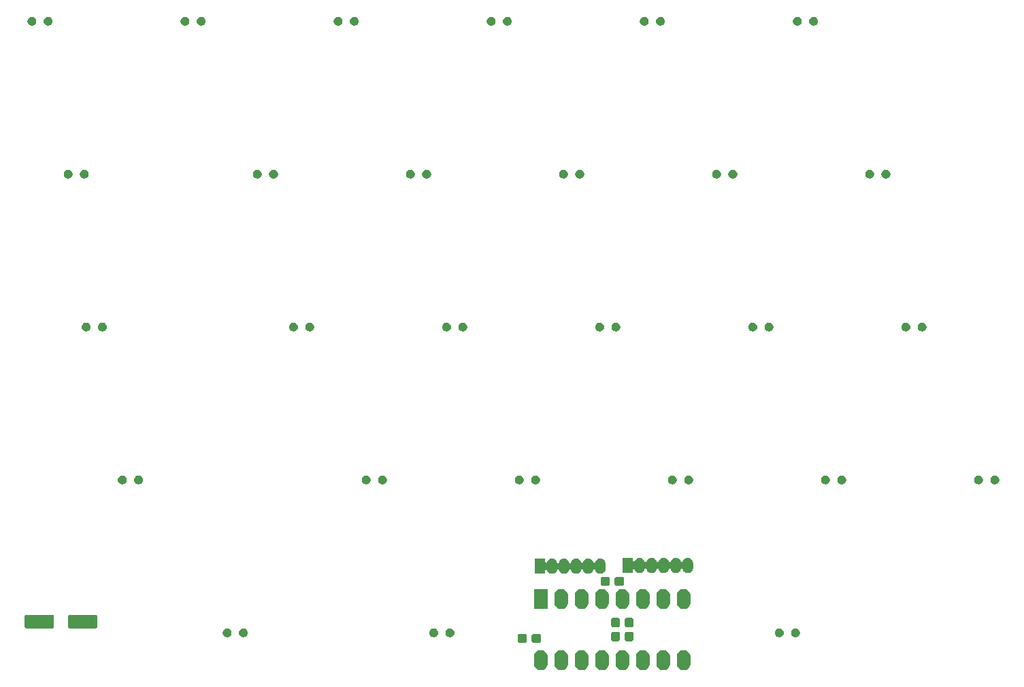
<source format=gts>
G04 #@! TF.GenerationSoftware,KiCad,Pcbnew,(5.0.2)-1*
G04 #@! TF.CreationDate,2020-04-15T18:40:52+09:00*
G04 #@! TF.ProjectId,eckeyboard,65636b65-7962-46f6-9172-642e6b696361,rev?*
G04 #@! TF.SameCoordinates,Original*
G04 #@! TF.FileFunction,Soldermask,Top*
G04 #@! TF.FilePolarity,Negative*
%FSLAX46Y46*%
G04 Gerber Fmt 4.6, Leading zero omitted, Abs format (unit mm)*
G04 Created by KiCad (PCBNEW (5.0.2)-1) date 2020/04/15 18:40:52*
%MOMM*%
%LPD*%
G01*
G04 APERTURE LIST*
%ADD10C,0.100000*%
G04 APERTURE END LIST*
D10*
G36*
X112466821Y-128381313D02*
X112466824Y-128381314D01*
X112466825Y-128381314D01*
X112627239Y-128429975D01*
X112627241Y-128429976D01*
X112627244Y-128429977D01*
X112775078Y-128508995D01*
X112904659Y-128615341D01*
X113011005Y-128744922D01*
X113090023Y-128892756D01*
X113090024Y-128892759D01*
X113090025Y-128892761D01*
X113138686Y-129053175D01*
X113138686Y-129053178D01*
X113138687Y-129053180D01*
X113151000Y-129178197D01*
X113151000Y-130061804D01*
X113138687Y-130186821D01*
X113090023Y-130347244D01*
X113011005Y-130495078D01*
X112904659Y-130624659D01*
X112775078Y-130731005D01*
X112627243Y-130810023D01*
X112627240Y-130810024D01*
X112627238Y-130810025D01*
X112466824Y-130858686D01*
X112466823Y-130858686D01*
X112466820Y-130858687D01*
X112300000Y-130875117D01*
X112133179Y-130858687D01*
X112133176Y-130858686D01*
X112133175Y-130858686D01*
X111972761Y-130810025D01*
X111972759Y-130810024D01*
X111972756Y-130810023D01*
X111824922Y-130731005D01*
X111695341Y-130624659D01*
X111588995Y-130495078D01*
X111509977Y-130347243D01*
X111461315Y-130186825D01*
X111461314Y-130186824D01*
X111461314Y-130186823D01*
X111461313Y-130186820D01*
X111449000Y-130061803D01*
X111449000Y-129178197D01*
X111461314Y-129053179D01*
X111509978Y-128892756D01*
X111588996Y-128744922D01*
X111695342Y-128615341D01*
X111824923Y-128508995D01*
X111972757Y-128429977D01*
X111972760Y-128429976D01*
X111972762Y-128429975D01*
X112133176Y-128381314D01*
X112133177Y-128381314D01*
X112133180Y-128381313D01*
X112300000Y-128364883D01*
X112466821Y-128381313D01*
X112466821Y-128381313D01*
G37*
G36*
X115006821Y-128381313D02*
X115006824Y-128381314D01*
X115006825Y-128381314D01*
X115167239Y-128429975D01*
X115167241Y-128429976D01*
X115167244Y-128429977D01*
X115315078Y-128508995D01*
X115444659Y-128615341D01*
X115551005Y-128744922D01*
X115630023Y-128892756D01*
X115630024Y-128892759D01*
X115630025Y-128892761D01*
X115678686Y-129053175D01*
X115678686Y-129053178D01*
X115678687Y-129053180D01*
X115691000Y-129178197D01*
X115691000Y-130061804D01*
X115678687Y-130186821D01*
X115630023Y-130347244D01*
X115551005Y-130495078D01*
X115444659Y-130624659D01*
X115315078Y-130731005D01*
X115167243Y-130810023D01*
X115167240Y-130810024D01*
X115167238Y-130810025D01*
X115006824Y-130858686D01*
X115006823Y-130858686D01*
X115006820Y-130858687D01*
X114840000Y-130875117D01*
X114673179Y-130858687D01*
X114673176Y-130858686D01*
X114673175Y-130858686D01*
X114512761Y-130810025D01*
X114512759Y-130810024D01*
X114512756Y-130810023D01*
X114364922Y-130731005D01*
X114235341Y-130624659D01*
X114128995Y-130495078D01*
X114049977Y-130347243D01*
X114001315Y-130186825D01*
X114001314Y-130186824D01*
X114001314Y-130186823D01*
X114001313Y-130186820D01*
X113989000Y-130061803D01*
X113989000Y-129178197D01*
X114001314Y-129053179D01*
X114049978Y-128892756D01*
X114128996Y-128744922D01*
X114235342Y-128615341D01*
X114364923Y-128508995D01*
X114512757Y-128429977D01*
X114512760Y-128429976D01*
X114512762Y-128429975D01*
X114673176Y-128381314D01*
X114673177Y-128381314D01*
X114673180Y-128381313D01*
X114840000Y-128364883D01*
X115006821Y-128381313D01*
X115006821Y-128381313D01*
G37*
G36*
X130246821Y-128381313D02*
X130246824Y-128381314D01*
X130246825Y-128381314D01*
X130407239Y-128429975D01*
X130407241Y-128429976D01*
X130407244Y-128429977D01*
X130555078Y-128508995D01*
X130684659Y-128615341D01*
X130791005Y-128744922D01*
X130870023Y-128892756D01*
X130870024Y-128892759D01*
X130870025Y-128892761D01*
X130918686Y-129053175D01*
X130918686Y-129053178D01*
X130918687Y-129053180D01*
X130931000Y-129178197D01*
X130931000Y-130061804D01*
X130918687Y-130186821D01*
X130870023Y-130347244D01*
X130791005Y-130495078D01*
X130684659Y-130624659D01*
X130555078Y-130731005D01*
X130407243Y-130810023D01*
X130407240Y-130810024D01*
X130407238Y-130810025D01*
X130246824Y-130858686D01*
X130246823Y-130858686D01*
X130246820Y-130858687D01*
X130080000Y-130875117D01*
X129913179Y-130858687D01*
X129913176Y-130858686D01*
X129913175Y-130858686D01*
X129752761Y-130810025D01*
X129752759Y-130810024D01*
X129752756Y-130810023D01*
X129604922Y-130731005D01*
X129475341Y-130624659D01*
X129368995Y-130495078D01*
X129289977Y-130347243D01*
X129241315Y-130186825D01*
X129241314Y-130186824D01*
X129241314Y-130186823D01*
X129241313Y-130186820D01*
X129229000Y-130061803D01*
X129229000Y-129178197D01*
X129241314Y-129053179D01*
X129289978Y-128892756D01*
X129368996Y-128744922D01*
X129475342Y-128615341D01*
X129604923Y-128508995D01*
X129752757Y-128429977D01*
X129752760Y-128429976D01*
X129752762Y-128429975D01*
X129913176Y-128381314D01*
X129913177Y-128381314D01*
X129913180Y-128381313D01*
X130080000Y-128364883D01*
X130246821Y-128381313D01*
X130246821Y-128381313D01*
G37*
G36*
X127706821Y-128381313D02*
X127706824Y-128381314D01*
X127706825Y-128381314D01*
X127867239Y-128429975D01*
X127867241Y-128429976D01*
X127867244Y-128429977D01*
X128015078Y-128508995D01*
X128144659Y-128615341D01*
X128251005Y-128744922D01*
X128330023Y-128892756D01*
X128330024Y-128892759D01*
X128330025Y-128892761D01*
X128378686Y-129053175D01*
X128378686Y-129053178D01*
X128378687Y-129053180D01*
X128391000Y-129178197D01*
X128391000Y-130061804D01*
X128378687Y-130186821D01*
X128330023Y-130347244D01*
X128251005Y-130495078D01*
X128144659Y-130624659D01*
X128015078Y-130731005D01*
X127867243Y-130810023D01*
X127867240Y-130810024D01*
X127867238Y-130810025D01*
X127706824Y-130858686D01*
X127706823Y-130858686D01*
X127706820Y-130858687D01*
X127540000Y-130875117D01*
X127373179Y-130858687D01*
X127373176Y-130858686D01*
X127373175Y-130858686D01*
X127212761Y-130810025D01*
X127212759Y-130810024D01*
X127212756Y-130810023D01*
X127064922Y-130731005D01*
X126935341Y-130624659D01*
X126828995Y-130495078D01*
X126749977Y-130347243D01*
X126701315Y-130186825D01*
X126701314Y-130186824D01*
X126701314Y-130186823D01*
X126701313Y-130186820D01*
X126689000Y-130061803D01*
X126689000Y-129178197D01*
X126701314Y-129053179D01*
X126749978Y-128892756D01*
X126828996Y-128744922D01*
X126935342Y-128615341D01*
X127064923Y-128508995D01*
X127212757Y-128429977D01*
X127212760Y-128429976D01*
X127212762Y-128429975D01*
X127373176Y-128381314D01*
X127373177Y-128381314D01*
X127373180Y-128381313D01*
X127540000Y-128364883D01*
X127706821Y-128381313D01*
X127706821Y-128381313D01*
G37*
G36*
X125166821Y-128381313D02*
X125166824Y-128381314D01*
X125166825Y-128381314D01*
X125327239Y-128429975D01*
X125327241Y-128429976D01*
X125327244Y-128429977D01*
X125475078Y-128508995D01*
X125604659Y-128615341D01*
X125711005Y-128744922D01*
X125790023Y-128892756D01*
X125790024Y-128892759D01*
X125790025Y-128892761D01*
X125838686Y-129053175D01*
X125838686Y-129053178D01*
X125838687Y-129053180D01*
X125851000Y-129178197D01*
X125851000Y-130061804D01*
X125838687Y-130186821D01*
X125790023Y-130347244D01*
X125711005Y-130495078D01*
X125604659Y-130624659D01*
X125475078Y-130731005D01*
X125327243Y-130810023D01*
X125327240Y-130810024D01*
X125327238Y-130810025D01*
X125166824Y-130858686D01*
X125166823Y-130858686D01*
X125166820Y-130858687D01*
X125000000Y-130875117D01*
X124833179Y-130858687D01*
X124833176Y-130858686D01*
X124833175Y-130858686D01*
X124672761Y-130810025D01*
X124672759Y-130810024D01*
X124672756Y-130810023D01*
X124524922Y-130731005D01*
X124395341Y-130624659D01*
X124288995Y-130495078D01*
X124209977Y-130347243D01*
X124161315Y-130186825D01*
X124161314Y-130186824D01*
X124161314Y-130186823D01*
X124161313Y-130186820D01*
X124149000Y-130061803D01*
X124149000Y-129178197D01*
X124161314Y-129053179D01*
X124209978Y-128892756D01*
X124288996Y-128744922D01*
X124395342Y-128615341D01*
X124524923Y-128508995D01*
X124672757Y-128429977D01*
X124672760Y-128429976D01*
X124672762Y-128429975D01*
X124833176Y-128381314D01*
X124833177Y-128381314D01*
X124833180Y-128381313D01*
X125000000Y-128364883D01*
X125166821Y-128381313D01*
X125166821Y-128381313D01*
G37*
G36*
X122626821Y-128381313D02*
X122626824Y-128381314D01*
X122626825Y-128381314D01*
X122787239Y-128429975D01*
X122787241Y-128429976D01*
X122787244Y-128429977D01*
X122935078Y-128508995D01*
X123064659Y-128615341D01*
X123171005Y-128744922D01*
X123250023Y-128892756D01*
X123250024Y-128892759D01*
X123250025Y-128892761D01*
X123298686Y-129053175D01*
X123298686Y-129053178D01*
X123298687Y-129053180D01*
X123311000Y-129178197D01*
X123311000Y-130061804D01*
X123298687Y-130186821D01*
X123250023Y-130347244D01*
X123171005Y-130495078D01*
X123064659Y-130624659D01*
X122935078Y-130731005D01*
X122787243Y-130810023D01*
X122787240Y-130810024D01*
X122787238Y-130810025D01*
X122626824Y-130858686D01*
X122626823Y-130858686D01*
X122626820Y-130858687D01*
X122460000Y-130875117D01*
X122293179Y-130858687D01*
X122293176Y-130858686D01*
X122293175Y-130858686D01*
X122132761Y-130810025D01*
X122132759Y-130810024D01*
X122132756Y-130810023D01*
X121984922Y-130731005D01*
X121855341Y-130624659D01*
X121748995Y-130495078D01*
X121669977Y-130347243D01*
X121621315Y-130186825D01*
X121621314Y-130186824D01*
X121621314Y-130186823D01*
X121621313Y-130186820D01*
X121609000Y-130061803D01*
X121609000Y-129178197D01*
X121621314Y-129053179D01*
X121669978Y-128892756D01*
X121748996Y-128744922D01*
X121855342Y-128615341D01*
X121984923Y-128508995D01*
X122132757Y-128429977D01*
X122132760Y-128429976D01*
X122132762Y-128429975D01*
X122293176Y-128381314D01*
X122293177Y-128381314D01*
X122293180Y-128381313D01*
X122460000Y-128364883D01*
X122626821Y-128381313D01*
X122626821Y-128381313D01*
G37*
G36*
X120086821Y-128381313D02*
X120086824Y-128381314D01*
X120086825Y-128381314D01*
X120247239Y-128429975D01*
X120247241Y-128429976D01*
X120247244Y-128429977D01*
X120395078Y-128508995D01*
X120524659Y-128615341D01*
X120631005Y-128744922D01*
X120710023Y-128892756D01*
X120710024Y-128892759D01*
X120710025Y-128892761D01*
X120758686Y-129053175D01*
X120758686Y-129053178D01*
X120758687Y-129053180D01*
X120771000Y-129178197D01*
X120771000Y-130061804D01*
X120758687Y-130186821D01*
X120710023Y-130347244D01*
X120631005Y-130495078D01*
X120524659Y-130624659D01*
X120395078Y-130731005D01*
X120247243Y-130810023D01*
X120247240Y-130810024D01*
X120247238Y-130810025D01*
X120086824Y-130858686D01*
X120086823Y-130858686D01*
X120086820Y-130858687D01*
X119920000Y-130875117D01*
X119753179Y-130858687D01*
X119753176Y-130858686D01*
X119753175Y-130858686D01*
X119592761Y-130810025D01*
X119592759Y-130810024D01*
X119592756Y-130810023D01*
X119444922Y-130731005D01*
X119315341Y-130624659D01*
X119208995Y-130495078D01*
X119129977Y-130347243D01*
X119081315Y-130186825D01*
X119081314Y-130186824D01*
X119081314Y-130186823D01*
X119081313Y-130186820D01*
X119069000Y-130061803D01*
X119069000Y-129178197D01*
X119081314Y-129053179D01*
X119129978Y-128892756D01*
X119208996Y-128744922D01*
X119315342Y-128615341D01*
X119444923Y-128508995D01*
X119592757Y-128429977D01*
X119592760Y-128429976D01*
X119592762Y-128429975D01*
X119753176Y-128381314D01*
X119753177Y-128381314D01*
X119753180Y-128381313D01*
X119920000Y-128364883D01*
X120086821Y-128381313D01*
X120086821Y-128381313D01*
G37*
G36*
X117546821Y-128381313D02*
X117546824Y-128381314D01*
X117546825Y-128381314D01*
X117707239Y-128429975D01*
X117707241Y-128429976D01*
X117707244Y-128429977D01*
X117855078Y-128508995D01*
X117984659Y-128615341D01*
X118091005Y-128744922D01*
X118170023Y-128892756D01*
X118170024Y-128892759D01*
X118170025Y-128892761D01*
X118218686Y-129053175D01*
X118218686Y-129053178D01*
X118218687Y-129053180D01*
X118231000Y-129178197D01*
X118231000Y-130061804D01*
X118218687Y-130186821D01*
X118170023Y-130347244D01*
X118091005Y-130495078D01*
X117984659Y-130624659D01*
X117855078Y-130731005D01*
X117707243Y-130810023D01*
X117707240Y-130810024D01*
X117707238Y-130810025D01*
X117546824Y-130858686D01*
X117546823Y-130858686D01*
X117546820Y-130858687D01*
X117380000Y-130875117D01*
X117213179Y-130858687D01*
X117213176Y-130858686D01*
X117213175Y-130858686D01*
X117052761Y-130810025D01*
X117052759Y-130810024D01*
X117052756Y-130810023D01*
X116904922Y-130731005D01*
X116775341Y-130624659D01*
X116668995Y-130495078D01*
X116589977Y-130347243D01*
X116541315Y-130186825D01*
X116541314Y-130186824D01*
X116541314Y-130186823D01*
X116541313Y-130186820D01*
X116529000Y-130061803D01*
X116529000Y-129178197D01*
X116541314Y-129053179D01*
X116589978Y-128892756D01*
X116668996Y-128744922D01*
X116775342Y-128615341D01*
X116904923Y-128508995D01*
X117052757Y-128429977D01*
X117052760Y-128429976D01*
X117052762Y-128429975D01*
X117213176Y-128381314D01*
X117213177Y-128381314D01*
X117213180Y-128381313D01*
X117380000Y-128364883D01*
X117546821Y-128381313D01*
X117546821Y-128381313D01*
G37*
G36*
X110414499Y-126378445D02*
X110451993Y-126389819D01*
X110486557Y-126408294D01*
X110516847Y-126433153D01*
X110541706Y-126463443D01*
X110560181Y-126498007D01*
X110571555Y-126535501D01*
X110576000Y-126580638D01*
X110576000Y-127219362D01*
X110571555Y-127264499D01*
X110560181Y-127301993D01*
X110541706Y-127336557D01*
X110516847Y-127366847D01*
X110486557Y-127391706D01*
X110451993Y-127410181D01*
X110414499Y-127421555D01*
X110369362Y-127426000D01*
X109630638Y-127426000D01*
X109585501Y-127421555D01*
X109548007Y-127410181D01*
X109513443Y-127391706D01*
X109483153Y-127366847D01*
X109458294Y-127336557D01*
X109439819Y-127301993D01*
X109428445Y-127264499D01*
X109424000Y-127219362D01*
X109424000Y-126580638D01*
X109428445Y-126535501D01*
X109439819Y-126498007D01*
X109458294Y-126463443D01*
X109483153Y-126433153D01*
X109513443Y-126408294D01*
X109548007Y-126389819D01*
X109585501Y-126378445D01*
X109630638Y-126374000D01*
X110369362Y-126374000D01*
X110414499Y-126378445D01*
X110414499Y-126378445D01*
G37*
G36*
X112164499Y-126378445D02*
X112201993Y-126389819D01*
X112236557Y-126408294D01*
X112266847Y-126433153D01*
X112291706Y-126463443D01*
X112310181Y-126498007D01*
X112321555Y-126535501D01*
X112326000Y-126580638D01*
X112326000Y-127219362D01*
X112321555Y-127264499D01*
X112310181Y-127301993D01*
X112291706Y-127336557D01*
X112266847Y-127366847D01*
X112236557Y-127391706D01*
X112201993Y-127410181D01*
X112164499Y-127421555D01*
X112119362Y-127426000D01*
X111380638Y-127426000D01*
X111335501Y-127421555D01*
X111298007Y-127410181D01*
X111263443Y-127391706D01*
X111233153Y-127366847D01*
X111208294Y-127336557D01*
X111189819Y-127301993D01*
X111178445Y-127264499D01*
X111174000Y-127219362D01*
X111174000Y-126580638D01*
X111178445Y-126535501D01*
X111189819Y-126498007D01*
X111208294Y-126463443D01*
X111233153Y-126433153D01*
X111263443Y-126408294D01*
X111298007Y-126389819D01*
X111335501Y-126378445D01*
X111380638Y-126374000D01*
X112119362Y-126374000D01*
X112164499Y-126378445D01*
X112164499Y-126378445D01*
G37*
G36*
X121964499Y-126103445D02*
X122001993Y-126114819D01*
X122036557Y-126133294D01*
X122066847Y-126158153D01*
X122091706Y-126188443D01*
X122110181Y-126223007D01*
X122121555Y-126260501D01*
X122126000Y-126305638D01*
X122126000Y-127044362D01*
X122121555Y-127089499D01*
X122110181Y-127126993D01*
X122091706Y-127161557D01*
X122066847Y-127191847D01*
X122036557Y-127216706D01*
X122001993Y-127235181D01*
X121964499Y-127246555D01*
X121919362Y-127251000D01*
X121280638Y-127251000D01*
X121235501Y-127246555D01*
X121198007Y-127235181D01*
X121163443Y-127216706D01*
X121133153Y-127191847D01*
X121108294Y-127161557D01*
X121089819Y-127126993D01*
X121078445Y-127089499D01*
X121074000Y-127044362D01*
X121074000Y-126305638D01*
X121078445Y-126260501D01*
X121089819Y-126223007D01*
X121108294Y-126188443D01*
X121133153Y-126158153D01*
X121163443Y-126133294D01*
X121198007Y-126114819D01*
X121235501Y-126103445D01*
X121280638Y-126099000D01*
X121919362Y-126099000D01*
X121964499Y-126103445D01*
X121964499Y-126103445D01*
G37*
G36*
X123664499Y-126103445D02*
X123701993Y-126114819D01*
X123736557Y-126133294D01*
X123766847Y-126158153D01*
X123791706Y-126188443D01*
X123810181Y-126223007D01*
X123821555Y-126260501D01*
X123826000Y-126305638D01*
X123826000Y-127044362D01*
X123821555Y-127089499D01*
X123810181Y-127126993D01*
X123791706Y-127161557D01*
X123766847Y-127191847D01*
X123736557Y-127216706D01*
X123701993Y-127235181D01*
X123664499Y-127246555D01*
X123619362Y-127251000D01*
X122980638Y-127251000D01*
X122935501Y-127246555D01*
X122898007Y-127235181D01*
X122863443Y-127216706D01*
X122833153Y-127191847D01*
X122808294Y-127161557D01*
X122789819Y-127126993D01*
X122778445Y-127089499D01*
X122774000Y-127044362D01*
X122774000Y-126305638D01*
X122778445Y-126260501D01*
X122789819Y-126223007D01*
X122808294Y-126188443D01*
X122833153Y-126158153D01*
X122863443Y-126133294D01*
X122898007Y-126114819D01*
X122935501Y-126103445D01*
X122980638Y-126099000D01*
X123619362Y-126099000D01*
X123664499Y-126103445D01*
X123664499Y-126103445D01*
G37*
G36*
X142144721Y-125670174D02*
X142244995Y-125711709D01*
X142335245Y-125772012D01*
X142411988Y-125848755D01*
X142472291Y-125939005D01*
X142513826Y-126039279D01*
X142535000Y-126145730D01*
X142535000Y-126254270D01*
X142513826Y-126360721D01*
X142472291Y-126460995D01*
X142411988Y-126551245D01*
X142335245Y-126627988D01*
X142244995Y-126688291D01*
X142144721Y-126729826D01*
X142038270Y-126751000D01*
X141929730Y-126751000D01*
X141823279Y-126729826D01*
X141723005Y-126688291D01*
X141632755Y-126627988D01*
X141556012Y-126551245D01*
X141495709Y-126460995D01*
X141454174Y-126360721D01*
X141433000Y-126254270D01*
X141433000Y-126145730D01*
X141454174Y-126039279D01*
X141495709Y-125939005D01*
X141556012Y-125848755D01*
X141632755Y-125772012D01*
X141723005Y-125711709D01*
X141823279Y-125670174D01*
X141929730Y-125649000D01*
X142038270Y-125649000D01*
X142144721Y-125670174D01*
X142144721Y-125670174D01*
G37*
G36*
X144160721Y-125670174D02*
X144260995Y-125711709D01*
X144351245Y-125772012D01*
X144427988Y-125848755D01*
X144488291Y-125939005D01*
X144529826Y-126039279D01*
X144551000Y-126145730D01*
X144551000Y-126254270D01*
X144529826Y-126360721D01*
X144488291Y-126460995D01*
X144427988Y-126551245D01*
X144351245Y-126627988D01*
X144260995Y-126688291D01*
X144160721Y-126729826D01*
X144054270Y-126751000D01*
X143945730Y-126751000D01*
X143839279Y-126729826D01*
X143739005Y-126688291D01*
X143648755Y-126627988D01*
X143572012Y-126551245D01*
X143511709Y-126460995D01*
X143470174Y-126360721D01*
X143449000Y-126254270D01*
X143449000Y-126145730D01*
X143470174Y-126039279D01*
X143511709Y-125939005D01*
X143572012Y-125848755D01*
X143648755Y-125772012D01*
X143739005Y-125711709D01*
X143839279Y-125670174D01*
X143945730Y-125649000D01*
X144054270Y-125649000D01*
X144160721Y-125670174D01*
X144160721Y-125670174D01*
G37*
G36*
X99144721Y-125670174D02*
X99244995Y-125711709D01*
X99335245Y-125772012D01*
X99411988Y-125848755D01*
X99472291Y-125939005D01*
X99513826Y-126039279D01*
X99535000Y-126145730D01*
X99535000Y-126254270D01*
X99513826Y-126360721D01*
X99472291Y-126460995D01*
X99411988Y-126551245D01*
X99335245Y-126627988D01*
X99244995Y-126688291D01*
X99144721Y-126729826D01*
X99038270Y-126751000D01*
X98929730Y-126751000D01*
X98823279Y-126729826D01*
X98723005Y-126688291D01*
X98632755Y-126627988D01*
X98556012Y-126551245D01*
X98495709Y-126460995D01*
X98454174Y-126360721D01*
X98433000Y-126254270D01*
X98433000Y-126145730D01*
X98454174Y-126039279D01*
X98495709Y-125939005D01*
X98556012Y-125848755D01*
X98632755Y-125772012D01*
X98723005Y-125711709D01*
X98823279Y-125670174D01*
X98929730Y-125649000D01*
X99038270Y-125649000D01*
X99144721Y-125670174D01*
X99144721Y-125670174D01*
G37*
G36*
X101160721Y-125670174D02*
X101260995Y-125711709D01*
X101351245Y-125772012D01*
X101427988Y-125848755D01*
X101488291Y-125939005D01*
X101529826Y-126039279D01*
X101551000Y-126145730D01*
X101551000Y-126254270D01*
X101529826Y-126360721D01*
X101488291Y-126460995D01*
X101427988Y-126551245D01*
X101351245Y-126627988D01*
X101260995Y-126688291D01*
X101160721Y-126729826D01*
X101054270Y-126751000D01*
X100945730Y-126751000D01*
X100839279Y-126729826D01*
X100739005Y-126688291D01*
X100648755Y-126627988D01*
X100572012Y-126551245D01*
X100511709Y-126460995D01*
X100470174Y-126360721D01*
X100449000Y-126254270D01*
X100449000Y-126145730D01*
X100470174Y-126039279D01*
X100511709Y-125939005D01*
X100572012Y-125848755D01*
X100648755Y-125772012D01*
X100739005Y-125711709D01*
X100839279Y-125670174D01*
X100945730Y-125649000D01*
X101054270Y-125649000D01*
X101160721Y-125670174D01*
X101160721Y-125670174D01*
G37*
G36*
X73444721Y-125670174D02*
X73544995Y-125711709D01*
X73635245Y-125772012D01*
X73711988Y-125848755D01*
X73772291Y-125939005D01*
X73813826Y-126039279D01*
X73835000Y-126145730D01*
X73835000Y-126254270D01*
X73813826Y-126360721D01*
X73772291Y-126460995D01*
X73711988Y-126551245D01*
X73635245Y-126627988D01*
X73544995Y-126688291D01*
X73444721Y-126729826D01*
X73338270Y-126751000D01*
X73229730Y-126751000D01*
X73123279Y-126729826D01*
X73023005Y-126688291D01*
X72932755Y-126627988D01*
X72856012Y-126551245D01*
X72795709Y-126460995D01*
X72754174Y-126360721D01*
X72733000Y-126254270D01*
X72733000Y-126145730D01*
X72754174Y-126039279D01*
X72795709Y-125939005D01*
X72856012Y-125848755D01*
X72932755Y-125772012D01*
X73023005Y-125711709D01*
X73123279Y-125670174D01*
X73229730Y-125649000D01*
X73338270Y-125649000D01*
X73444721Y-125670174D01*
X73444721Y-125670174D01*
G37*
G36*
X75460721Y-125670174D02*
X75560995Y-125711709D01*
X75651245Y-125772012D01*
X75727988Y-125848755D01*
X75788291Y-125939005D01*
X75829826Y-126039279D01*
X75851000Y-126145730D01*
X75851000Y-126254270D01*
X75829826Y-126360721D01*
X75788291Y-126460995D01*
X75727988Y-126551245D01*
X75651245Y-126627988D01*
X75560995Y-126688291D01*
X75460721Y-126729826D01*
X75354270Y-126751000D01*
X75245730Y-126751000D01*
X75139279Y-126729826D01*
X75039005Y-126688291D01*
X74948755Y-126627988D01*
X74872012Y-126551245D01*
X74811709Y-126460995D01*
X74770174Y-126360721D01*
X74749000Y-126254270D01*
X74749000Y-126145730D01*
X74770174Y-126039279D01*
X74811709Y-125939005D01*
X74872012Y-125848755D01*
X74948755Y-125772012D01*
X75039005Y-125711709D01*
X75139279Y-125670174D01*
X75245730Y-125649000D01*
X75354270Y-125649000D01*
X75460721Y-125670174D01*
X75460721Y-125670174D01*
G37*
G36*
X56955996Y-123953051D02*
X56989653Y-123963261D01*
X57020667Y-123979838D01*
X57047852Y-124002148D01*
X57070162Y-124029333D01*
X57086739Y-124060347D01*
X57096949Y-124094004D01*
X57101000Y-124135138D01*
X57101000Y-125464862D01*
X57096949Y-125505996D01*
X57086739Y-125539653D01*
X57070162Y-125570667D01*
X57047852Y-125597852D01*
X57020667Y-125620162D01*
X56989653Y-125636739D01*
X56955996Y-125646949D01*
X56914862Y-125651000D01*
X53685138Y-125651000D01*
X53644004Y-125646949D01*
X53610347Y-125636739D01*
X53579333Y-125620162D01*
X53552148Y-125597852D01*
X53529838Y-125570667D01*
X53513261Y-125539653D01*
X53503051Y-125505996D01*
X53499000Y-125464862D01*
X53499000Y-124135138D01*
X53503051Y-124094004D01*
X53513261Y-124060347D01*
X53529838Y-124029333D01*
X53552148Y-124002148D01*
X53579333Y-123979838D01*
X53610347Y-123963261D01*
X53644004Y-123953051D01*
X53685138Y-123949000D01*
X56914862Y-123949000D01*
X56955996Y-123953051D01*
X56955996Y-123953051D01*
G37*
G36*
X51555996Y-123953051D02*
X51589653Y-123963261D01*
X51620667Y-123979838D01*
X51647852Y-124002148D01*
X51670162Y-124029333D01*
X51686739Y-124060347D01*
X51696949Y-124094004D01*
X51701000Y-124135138D01*
X51701000Y-125464862D01*
X51696949Y-125505996D01*
X51686739Y-125539653D01*
X51670162Y-125570667D01*
X51647852Y-125597852D01*
X51620667Y-125620162D01*
X51589653Y-125636739D01*
X51555996Y-125646949D01*
X51514862Y-125651000D01*
X48285138Y-125651000D01*
X48244004Y-125646949D01*
X48210347Y-125636739D01*
X48179333Y-125620162D01*
X48152148Y-125597852D01*
X48129838Y-125570667D01*
X48113261Y-125539653D01*
X48103051Y-125505996D01*
X48099000Y-125464862D01*
X48099000Y-124135138D01*
X48103051Y-124094004D01*
X48113261Y-124060347D01*
X48129838Y-124029333D01*
X48152148Y-124002148D01*
X48179333Y-123979838D01*
X48210347Y-123963261D01*
X48244004Y-123953051D01*
X48285138Y-123949000D01*
X51514862Y-123949000D01*
X51555996Y-123953051D01*
X51555996Y-123953051D01*
G37*
G36*
X123664499Y-124353445D02*
X123701993Y-124364819D01*
X123736557Y-124383294D01*
X123766847Y-124408153D01*
X123791706Y-124438443D01*
X123810181Y-124473007D01*
X123821555Y-124510501D01*
X123826000Y-124555638D01*
X123826000Y-125294362D01*
X123821555Y-125339499D01*
X123810181Y-125376993D01*
X123791706Y-125411557D01*
X123766847Y-125441847D01*
X123736557Y-125466706D01*
X123701993Y-125485181D01*
X123664499Y-125496555D01*
X123619362Y-125501000D01*
X122980638Y-125501000D01*
X122935501Y-125496555D01*
X122898007Y-125485181D01*
X122863443Y-125466706D01*
X122833153Y-125441847D01*
X122808294Y-125411557D01*
X122789819Y-125376993D01*
X122778445Y-125339499D01*
X122774000Y-125294362D01*
X122774000Y-124555638D01*
X122778445Y-124510501D01*
X122789819Y-124473007D01*
X122808294Y-124438443D01*
X122833153Y-124408153D01*
X122863443Y-124383294D01*
X122898007Y-124364819D01*
X122935501Y-124353445D01*
X122980638Y-124349000D01*
X123619362Y-124349000D01*
X123664499Y-124353445D01*
X123664499Y-124353445D01*
G37*
G36*
X121964499Y-124353445D02*
X122001993Y-124364819D01*
X122036557Y-124383294D01*
X122066847Y-124408153D01*
X122091706Y-124438443D01*
X122110181Y-124473007D01*
X122121555Y-124510501D01*
X122126000Y-124555638D01*
X122126000Y-125294362D01*
X122121555Y-125339499D01*
X122110181Y-125376993D01*
X122091706Y-125411557D01*
X122066847Y-125441847D01*
X122036557Y-125466706D01*
X122001993Y-125485181D01*
X121964499Y-125496555D01*
X121919362Y-125501000D01*
X121280638Y-125501000D01*
X121235501Y-125496555D01*
X121198007Y-125485181D01*
X121163443Y-125466706D01*
X121133153Y-125441847D01*
X121108294Y-125411557D01*
X121089819Y-125376993D01*
X121078445Y-125339499D01*
X121074000Y-125294362D01*
X121074000Y-124555638D01*
X121078445Y-124510501D01*
X121089819Y-124473007D01*
X121108294Y-124438443D01*
X121133153Y-124408153D01*
X121163443Y-124383294D01*
X121198007Y-124364819D01*
X121235501Y-124353445D01*
X121280638Y-124349000D01*
X121919362Y-124349000D01*
X121964499Y-124353445D01*
X121964499Y-124353445D01*
G37*
G36*
X117546821Y-120761313D02*
X117546824Y-120761314D01*
X117546825Y-120761314D01*
X117707239Y-120809975D01*
X117707241Y-120809976D01*
X117707244Y-120809977D01*
X117855078Y-120888995D01*
X117984659Y-120995341D01*
X118091005Y-121124922D01*
X118170023Y-121272756D01*
X118170024Y-121272759D01*
X118170025Y-121272761D01*
X118218686Y-121433175D01*
X118218686Y-121433178D01*
X118218687Y-121433180D01*
X118231000Y-121558197D01*
X118231000Y-122441804D01*
X118218687Y-122566821D01*
X118170023Y-122727244D01*
X118091005Y-122875078D01*
X117984659Y-123004659D01*
X117855078Y-123111005D01*
X117707243Y-123190023D01*
X117707240Y-123190024D01*
X117707238Y-123190025D01*
X117546824Y-123238686D01*
X117546823Y-123238686D01*
X117546820Y-123238687D01*
X117380000Y-123255117D01*
X117213179Y-123238687D01*
X117213176Y-123238686D01*
X117213175Y-123238686D01*
X117052761Y-123190025D01*
X117052759Y-123190024D01*
X117052756Y-123190023D01*
X116904922Y-123111005D01*
X116775341Y-123004659D01*
X116668995Y-122875078D01*
X116589977Y-122727243D01*
X116541315Y-122566825D01*
X116541314Y-122566824D01*
X116541314Y-122566823D01*
X116541313Y-122566820D01*
X116529000Y-122441803D01*
X116529000Y-121558197D01*
X116541314Y-121433179D01*
X116589978Y-121272756D01*
X116668996Y-121124922D01*
X116775342Y-120995341D01*
X116904923Y-120888995D01*
X117052757Y-120809977D01*
X117052760Y-120809976D01*
X117052762Y-120809975D01*
X117213176Y-120761314D01*
X117213177Y-120761314D01*
X117213180Y-120761313D01*
X117380000Y-120744883D01*
X117546821Y-120761313D01*
X117546821Y-120761313D01*
G37*
G36*
X127706821Y-120761313D02*
X127706824Y-120761314D01*
X127706825Y-120761314D01*
X127867239Y-120809975D01*
X127867241Y-120809976D01*
X127867244Y-120809977D01*
X128015078Y-120888995D01*
X128144659Y-120995341D01*
X128251005Y-121124922D01*
X128330023Y-121272756D01*
X128330024Y-121272759D01*
X128330025Y-121272761D01*
X128378686Y-121433175D01*
X128378686Y-121433178D01*
X128378687Y-121433180D01*
X128391000Y-121558197D01*
X128391000Y-122441804D01*
X128378687Y-122566821D01*
X128330023Y-122727244D01*
X128251005Y-122875078D01*
X128144659Y-123004659D01*
X128015078Y-123111005D01*
X127867243Y-123190023D01*
X127867240Y-123190024D01*
X127867238Y-123190025D01*
X127706824Y-123238686D01*
X127706823Y-123238686D01*
X127706820Y-123238687D01*
X127540000Y-123255117D01*
X127373179Y-123238687D01*
X127373176Y-123238686D01*
X127373175Y-123238686D01*
X127212761Y-123190025D01*
X127212759Y-123190024D01*
X127212756Y-123190023D01*
X127064922Y-123111005D01*
X126935341Y-123004659D01*
X126828995Y-122875078D01*
X126749977Y-122727243D01*
X126701315Y-122566825D01*
X126701314Y-122566824D01*
X126701314Y-122566823D01*
X126701313Y-122566820D01*
X126689000Y-122441803D01*
X126689000Y-121558197D01*
X126701314Y-121433179D01*
X126749978Y-121272756D01*
X126828996Y-121124922D01*
X126935342Y-120995341D01*
X127064923Y-120888995D01*
X127212757Y-120809977D01*
X127212760Y-120809976D01*
X127212762Y-120809975D01*
X127373176Y-120761314D01*
X127373177Y-120761314D01*
X127373180Y-120761313D01*
X127540000Y-120744883D01*
X127706821Y-120761313D01*
X127706821Y-120761313D01*
G37*
G36*
X130246821Y-120761313D02*
X130246824Y-120761314D01*
X130246825Y-120761314D01*
X130407239Y-120809975D01*
X130407241Y-120809976D01*
X130407244Y-120809977D01*
X130555078Y-120888995D01*
X130684659Y-120995341D01*
X130791005Y-121124922D01*
X130870023Y-121272756D01*
X130870024Y-121272759D01*
X130870025Y-121272761D01*
X130918686Y-121433175D01*
X130918686Y-121433178D01*
X130918687Y-121433180D01*
X130931000Y-121558197D01*
X130931000Y-122441804D01*
X130918687Y-122566821D01*
X130870023Y-122727244D01*
X130791005Y-122875078D01*
X130684659Y-123004659D01*
X130555078Y-123111005D01*
X130407243Y-123190023D01*
X130407240Y-123190024D01*
X130407238Y-123190025D01*
X130246824Y-123238686D01*
X130246823Y-123238686D01*
X130246820Y-123238687D01*
X130080000Y-123255117D01*
X129913179Y-123238687D01*
X129913176Y-123238686D01*
X129913175Y-123238686D01*
X129752761Y-123190025D01*
X129752759Y-123190024D01*
X129752756Y-123190023D01*
X129604922Y-123111005D01*
X129475341Y-123004659D01*
X129368995Y-122875078D01*
X129289977Y-122727243D01*
X129241315Y-122566825D01*
X129241314Y-122566824D01*
X129241314Y-122566823D01*
X129241313Y-122566820D01*
X129229000Y-122441803D01*
X129229000Y-121558197D01*
X129241314Y-121433179D01*
X129289978Y-121272756D01*
X129368996Y-121124922D01*
X129475342Y-120995341D01*
X129604923Y-120888995D01*
X129752757Y-120809977D01*
X129752760Y-120809976D01*
X129752762Y-120809975D01*
X129913176Y-120761314D01*
X129913177Y-120761314D01*
X129913180Y-120761313D01*
X130080000Y-120744883D01*
X130246821Y-120761313D01*
X130246821Y-120761313D01*
G37*
G36*
X125166821Y-120761313D02*
X125166824Y-120761314D01*
X125166825Y-120761314D01*
X125327239Y-120809975D01*
X125327241Y-120809976D01*
X125327244Y-120809977D01*
X125475078Y-120888995D01*
X125604659Y-120995341D01*
X125711005Y-121124922D01*
X125790023Y-121272756D01*
X125790024Y-121272759D01*
X125790025Y-121272761D01*
X125838686Y-121433175D01*
X125838686Y-121433178D01*
X125838687Y-121433180D01*
X125851000Y-121558197D01*
X125851000Y-122441804D01*
X125838687Y-122566821D01*
X125790023Y-122727244D01*
X125711005Y-122875078D01*
X125604659Y-123004659D01*
X125475078Y-123111005D01*
X125327243Y-123190023D01*
X125327240Y-123190024D01*
X125327238Y-123190025D01*
X125166824Y-123238686D01*
X125166823Y-123238686D01*
X125166820Y-123238687D01*
X125000000Y-123255117D01*
X124833179Y-123238687D01*
X124833176Y-123238686D01*
X124833175Y-123238686D01*
X124672761Y-123190025D01*
X124672759Y-123190024D01*
X124672756Y-123190023D01*
X124524922Y-123111005D01*
X124395341Y-123004659D01*
X124288995Y-122875078D01*
X124209977Y-122727243D01*
X124161315Y-122566825D01*
X124161314Y-122566824D01*
X124161314Y-122566823D01*
X124161313Y-122566820D01*
X124149000Y-122441803D01*
X124149000Y-121558197D01*
X124161314Y-121433179D01*
X124209978Y-121272756D01*
X124288996Y-121124922D01*
X124395342Y-120995341D01*
X124524923Y-120888995D01*
X124672757Y-120809977D01*
X124672760Y-120809976D01*
X124672762Y-120809975D01*
X124833176Y-120761314D01*
X124833177Y-120761314D01*
X124833180Y-120761313D01*
X125000000Y-120744883D01*
X125166821Y-120761313D01*
X125166821Y-120761313D01*
G37*
G36*
X120086821Y-120761313D02*
X120086824Y-120761314D01*
X120086825Y-120761314D01*
X120247239Y-120809975D01*
X120247241Y-120809976D01*
X120247244Y-120809977D01*
X120395078Y-120888995D01*
X120524659Y-120995341D01*
X120631005Y-121124922D01*
X120710023Y-121272756D01*
X120710024Y-121272759D01*
X120710025Y-121272761D01*
X120758686Y-121433175D01*
X120758686Y-121433178D01*
X120758687Y-121433180D01*
X120771000Y-121558197D01*
X120771000Y-122441804D01*
X120758687Y-122566821D01*
X120710023Y-122727244D01*
X120631005Y-122875078D01*
X120524659Y-123004659D01*
X120395078Y-123111005D01*
X120247243Y-123190023D01*
X120247240Y-123190024D01*
X120247238Y-123190025D01*
X120086824Y-123238686D01*
X120086823Y-123238686D01*
X120086820Y-123238687D01*
X119920000Y-123255117D01*
X119753179Y-123238687D01*
X119753176Y-123238686D01*
X119753175Y-123238686D01*
X119592761Y-123190025D01*
X119592759Y-123190024D01*
X119592756Y-123190023D01*
X119444922Y-123111005D01*
X119315341Y-123004659D01*
X119208995Y-122875078D01*
X119129977Y-122727243D01*
X119081315Y-122566825D01*
X119081314Y-122566824D01*
X119081314Y-122566823D01*
X119081313Y-122566820D01*
X119069000Y-122441803D01*
X119069000Y-121558197D01*
X119081314Y-121433179D01*
X119129978Y-121272756D01*
X119208996Y-121124922D01*
X119315342Y-120995341D01*
X119444923Y-120888995D01*
X119592757Y-120809977D01*
X119592760Y-120809976D01*
X119592762Y-120809975D01*
X119753176Y-120761314D01*
X119753177Y-120761314D01*
X119753180Y-120761313D01*
X119920000Y-120744883D01*
X120086821Y-120761313D01*
X120086821Y-120761313D01*
G37*
G36*
X115006821Y-120761313D02*
X115006824Y-120761314D01*
X115006825Y-120761314D01*
X115167239Y-120809975D01*
X115167241Y-120809976D01*
X115167244Y-120809977D01*
X115315078Y-120888995D01*
X115444659Y-120995341D01*
X115551005Y-121124922D01*
X115630023Y-121272756D01*
X115630024Y-121272759D01*
X115630025Y-121272761D01*
X115678686Y-121433175D01*
X115678686Y-121433178D01*
X115678687Y-121433180D01*
X115691000Y-121558197D01*
X115691000Y-122441804D01*
X115678687Y-122566821D01*
X115630023Y-122727244D01*
X115551005Y-122875078D01*
X115444659Y-123004659D01*
X115315078Y-123111005D01*
X115167243Y-123190023D01*
X115167240Y-123190024D01*
X115167238Y-123190025D01*
X115006824Y-123238686D01*
X115006823Y-123238686D01*
X115006820Y-123238687D01*
X114840000Y-123255117D01*
X114673179Y-123238687D01*
X114673176Y-123238686D01*
X114673175Y-123238686D01*
X114512761Y-123190025D01*
X114512759Y-123190024D01*
X114512756Y-123190023D01*
X114364922Y-123111005D01*
X114235341Y-123004659D01*
X114128995Y-122875078D01*
X114049977Y-122727243D01*
X114001315Y-122566825D01*
X114001314Y-122566824D01*
X114001314Y-122566823D01*
X114001313Y-122566820D01*
X113989000Y-122441803D01*
X113989000Y-121558197D01*
X114001314Y-121433179D01*
X114049978Y-121272756D01*
X114128996Y-121124922D01*
X114235342Y-120995341D01*
X114364923Y-120888995D01*
X114512757Y-120809977D01*
X114512760Y-120809976D01*
X114512762Y-120809975D01*
X114673176Y-120761314D01*
X114673177Y-120761314D01*
X114673180Y-120761313D01*
X114840000Y-120744883D01*
X115006821Y-120761313D01*
X115006821Y-120761313D01*
G37*
G36*
X122626821Y-120761313D02*
X122626824Y-120761314D01*
X122626825Y-120761314D01*
X122787239Y-120809975D01*
X122787241Y-120809976D01*
X122787244Y-120809977D01*
X122935078Y-120888995D01*
X123064659Y-120995341D01*
X123171005Y-121124922D01*
X123250023Y-121272756D01*
X123250024Y-121272759D01*
X123250025Y-121272761D01*
X123298686Y-121433175D01*
X123298686Y-121433178D01*
X123298687Y-121433180D01*
X123311000Y-121558197D01*
X123311000Y-122441804D01*
X123298687Y-122566821D01*
X123250023Y-122727244D01*
X123171005Y-122875078D01*
X123064659Y-123004659D01*
X122935078Y-123111005D01*
X122787243Y-123190023D01*
X122787240Y-123190024D01*
X122787238Y-123190025D01*
X122626824Y-123238686D01*
X122626823Y-123238686D01*
X122626820Y-123238687D01*
X122460000Y-123255117D01*
X122293179Y-123238687D01*
X122293176Y-123238686D01*
X122293175Y-123238686D01*
X122132761Y-123190025D01*
X122132759Y-123190024D01*
X122132756Y-123190023D01*
X121984922Y-123111005D01*
X121855341Y-123004659D01*
X121748995Y-122875078D01*
X121669977Y-122727243D01*
X121621315Y-122566825D01*
X121621314Y-122566824D01*
X121621314Y-122566823D01*
X121621313Y-122566820D01*
X121609000Y-122441803D01*
X121609000Y-121558197D01*
X121621314Y-121433179D01*
X121669978Y-121272756D01*
X121748996Y-121124922D01*
X121855342Y-120995341D01*
X121984923Y-120888995D01*
X122132757Y-120809977D01*
X122132760Y-120809976D01*
X122132762Y-120809975D01*
X122293176Y-120761314D01*
X122293177Y-120761314D01*
X122293180Y-120761313D01*
X122460000Y-120744883D01*
X122626821Y-120761313D01*
X122626821Y-120761313D01*
G37*
G36*
X113151000Y-123251000D02*
X111449000Y-123251000D01*
X111449000Y-120749000D01*
X113151000Y-120749000D01*
X113151000Y-123251000D01*
X113151000Y-123251000D01*
G37*
G36*
X120739499Y-119278445D02*
X120776993Y-119289819D01*
X120811557Y-119308294D01*
X120841847Y-119333153D01*
X120866706Y-119363443D01*
X120885181Y-119398007D01*
X120896555Y-119435501D01*
X120901000Y-119480638D01*
X120901000Y-120119362D01*
X120896555Y-120164499D01*
X120885181Y-120201993D01*
X120866706Y-120236557D01*
X120841847Y-120266847D01*
X120811557Y-120291706D01*
X120776993Y-120310181D01*
X120739499Y-120321555D01*
X120694362Y-120326000D01*
X119955638Y-120326000D01*
X119910501Y-120321555D01*
X119873007Y-120310181D01*
X119838443Y-120291706D01*
X119808153Y-120266847D01*
X119783294Y-120236557D01*
X119764819Y-120201993D01*
X119753445Y-120164499D01*
X119749000Y-120119362D01*
X119749000Y-119480638D01*
X119753445Y-119435501D01*
X119764819Y-119398007D01*
X119783294Y-119363443D01*
X119808153Y-119333153D01*
X119838443Y-119308294D01*
X119873007Y-119289819D01*
X119910501Y-119278445D01*
X119955638Y-119274000D01*
X120694362Y-119274000D01*
X120739499Y-119278445D01*
X120739499Y-119278445D01*
G37*
G36*
X122489499Y-119278445D02*
X122526993Y-119289819D01*
X122561557Y-119308294D01*
X122591847Y-119333153D01*
X122616706Y-119363443D01*
X122635181Y-119398007D01*
X122646555Y-119435501D01*
X122651000Y-119480638D01*
X122651000Y-120119362D01*
X122646555Y-120164499D01*
X122635181Y-120201993D01*
X122616706Y-120236557D01*
X122591847Y-120266847D01*
X122561557Y-120291706D01*
X122526993Y-120310181D01*
X122489499Y-120321555D01*
X122444362Y-120326000D01*
X121705638Y-120326000D01*
X121660501Y-120321555D01*
X121623007Y-120310181D01*
X121588443Y-120291706D01*
X121558153Y-120266847D01*
X121533294Y-120236557D01*
X121514819Y-120201993D01*
X121503445Y-120164499D01*
X121499000Y-120119362D01*
X121499000Y-119480638D01*
X121503445Y-119435501D01*
X121514819Y-119398007D01*
X121533294Y-119363443D01*
X121558153Y-119333153D01*
X121588443Y-119308294D01*
X121623007Y-119289819D01*
X121660501Y-119278445D01*
X121705638Y-119274000D01*
X122444362Y-119274000D01*
X122489499Y-119278445D01*
X122489499Y-119278445D01*
G37*
G36*
X119827617Y-116958420D02*
X119909426Y-116983237D01*
X119950332Y-116995645D01*
X120010782Y-117027957D01*
X120063425Y-117056095D01*
X120063427Y-117056096D01*
X120063426Y-117056096D01*
X120161491Y-117136575D01*
X120162553Y-117137447D01*
X120243905Y-117236574D01*
X120243906Y-117236576D01*
X120304355Y-117349667D01*
X120306915Y-117358108D01*
X120341580Y-117472382D01*
X120351000Y-117568027D01*
X120351000Y-118231973D01*
X120341580Y-118327618D01*
X120327426Y-118374276D01*
X120304355Y-118450333D01*
X120291557Y-118474276D01*
X120243905Y-118563426D01*
X120162553Y-118662553D01*
X120063426Y-118743905D01*
X120063424Y-118743906D01*
X119950333Y-118804355D01*
X119909427Y-118816763D01*
X119827618Y-118841580D01*
X119700000Y-118854149D01*
X119572383Y-118841580D01*
X119490574Y-118816763D01*
X119449668Y-118804355D01*
X119336577Y-118743906D01*
X119336575Y-118743905D01*
X119237448Y-118662553D01*
X119156096Y-118563426D01*
X119114992Y-118486528D01*
X119095645Y-118450333D01*
X119077314Y-118389902D01*
X119069616Y-118364526D01*
X119060240Y-118341892D01*
X119046627Y-118321517D01*
X119029300Y-118304190D01*
X119008925Y-118290576D01*
X118986286Y-118281199D01*
X118962253Y-118276418D01*
X118937748Y-118276418D01*
X118913715Y-118281198D01*
X118891076Y-118290576D01*
X118870701Y-118304189D01*
X118853374Y-118321516D01*
X118839760Y-118341891D01*
X118830384Y-118364526D01*
X118822686Y-118389902D01*
X118804355Y-118450333D01*
X118791557Y-118474276D01*
X118743905Y-118563426D01*
X118662553Y-118662553D01*
X118563426Y-118743905D01*
X118563424Y-118743906D01*
X118450333Y-118804355D01*
X118409427Y-118816763D01*
X118327618Y-118841580D01*
X118200000Y-118854149D01*
X118072383Y-118841580D01*
X117990574Y-118816763D01*
X117949668Y-118804355D01*
X117836577Y-118743906D01*
X117836575Y-118743905D01*
X117737448Y-118662553D01*
X117656096Y-118563426D01*
X117614992Y-118486528D01*
X117595645Y-118450333D01*
X117577314Y-118389902D01*
X117569616Y-118364526D01*
X117560240Y-118341892D01*
X117546627Y-118321517D01*
X117529300Y-118304190D01*
X117508925Y-118290576D01*
X117486286Y-118281199D01*
X117462253Y-118276418D01*
X117437748Y-118276418D01*
X117413715Y-118281198D01*
X117391076Y-118290576D01*
X117370701Y-118304189D01*
X117353374Y-118321516D01*
X117339760Y-118341891D01*
X117330384Y-118364526D01*
X117322686Y-118389902D01*
X117304355Y-118450333D01*
X117291557Y-118474276D01*
X117243905Y-118563426D01*
X117162553Y-118662553D01*
X117063426Y-118743905D01*
X117063424Y-118743906D01*
X116950333Y-118804355D01*
X116909427Y-118816763D01*
X116827618Y-118841580D01*
X116700000Y-118854149D01*
X116572383Y-118841580D01*
X116490574Y-118816763D01*
X116449668Y-118804355D01*
X116336577Y-118743906D01*
X116336575Y-118743905D01*
X116237448Y-118662553D01*
X116156096Y-118563426D01*
X116114992Y-118486528D01*
X116095645Y-118450333D01*
X116077314Y-118389902D01*
X116069616Y-118364526D01*
X116060240Y-118341892D01*
X116046627Y-118321517D01*
X116029300Y-118304190D01*
X116008925Y-118290576D01*
X115986286Y-118281199D01*
X115962253Y-118276418D01*
X115937748Y-118276418D01*
X115913715Y-118281198D01*
X115891076Y-118290576D01*
X115870701Y-118304189D01*
X115853374Y-118321516D01*
X115839760Y-118341891D01*
X115830384Y-118364526D01*
X115822686Y-118389902D01*
X115804355Y-118450333D01*
X115791557Y-118474276D01*
X115743905Y-118563426D01*
X115662553Y-118662553D01*
X115563426Y-118743905D01*
X115563424Y-118743906D01*
X115450333Y-118804355D01*
X115409427Y-118816763D01*
X115327618Y-118841580D01*
X115200000Y-118854149D01*
X115072383Y-118841580D01*
X114990574Y-118816763D01*
X114949668Y-118804355D01*
X114836577Y-118743906D01*
X114836575Y-118743905D01*
X114737448Y-118662553D01*
X114656096Y-118563426D01*
X114614992Y-118486528D01*
X114595645Y-118450333D01*
X114577314Y-118389902D01*
X114569616Y-118364526D01*
X114560240Y-118341892D01*
X114546627Y-118321517D01*
X114529300Y-118304190D01*
X114508925Y-118290576D01*
X114486286Y-118281199D01*
X114462253Y-118276418D01*
X114437748Y-118276418D01*
X114413715Y-118281198D01*
X114391076Y-118290576D01*
X114370701Y-118304189D01*
X114353374Y-118321516D01*
X114339760Y-118341891D01*
X114330384Y-118364526D01*
X114322686Y-118389902D01*
X114304355Y-118450333D01*
X114291557Y-118474276D01*
X114243905Y-118563426D01*
X114162553Y-118662553D01*
X114063426Y-118743905D01*
X114063424Y-118743906D01*
X113950333Y-118804355D01*
X113909427Y-118816763D01*
X113827618Y-118841580D01*
X113700000Y-118854149D01*
X113572383Y-118841580D01*
X113490574Y-118816763D01*
X113449668Y-118804355D01*
X113336577Y-118743906D01*
X113336575Y-118743905D01*
X113237448Y-118662553D01*
X113156096Y-118563426D01*
X113114992Y-118486528D01*
X113095645Y-118450333D01*
X113095618Y-118450243D01*
X113086240Y-118427604D01*
X113072626Y-118407229D01*
X113055299Y-118389902D01*
X113034925Y-118376288D01*
X113012286Y-118366911D01*
X112988252Y-118362130D01*
X112963748Y-118362130D01*
X112939715Y-118366910D01*
X112917076Y-118376288D01*
X112896701Y-118389902D01*
X112879374Y-118407229D01*
X112865760Y-118427603D01*
X112856383Y-118450242D01*
X112851602Y-118474276D01*
X112851000Y-118486528D01*
X112851000Y-118851000D01*
X111549000Y-118851000D01*
X111549000Y-116949000D01*
X112851000Y-116949000D01*
X112851000Y-117313473D01*
X112853402Y-117337859D01*
X112860515Y-117361308D01*
X112872066Y-117382919D01*
X112887612Y-117401861D01*
X112906554Y-117417407D01*
X112928165Y-117428958D01*
X112951614Y-117436071D01*
X112976000Y-117438473D01*
X113000386Y-117436071D01*
X113023835Y-117428958D01*
X113045446Y-117417407D01*
X113064388Y-117401861D01*
X113079934Y-117382919D01*
X113091485Y-117361308D01*
X113095618Y-117349758D01*
X113095645Y-117349668D01*
X113149097Y-117249668D01*
X113156095Y-117236575D01*
X113237447Y-117137447D01*
X113336574Y-117056095D01*
X113371462Y-117037447D01*
X113449667Y-116995645D01*
X113490573Y-116983237D01*
X113572382Y-116958420D01*
X113700000Y-116945851D01*
X113827617Y-116958420D01*
X113909426Y-116983237D01*
X113950332Y-116995645D01*
X114010782Y-117027957D01*
X114063425Y-117056095D01*
X114063427Y-117056096D01*
X114063426Y-117056096D01*
X114161491Y-117136575D01*
X114162553Y-117137447D01*
X114243905Y-117236574D01*
X114243906Y-117236576D01*
X114304355Y-117349667D01*
X114306915Y-117358108D01*
X114330384Y-117435474D01*
X114339760Y-117458108D01*
X114353373Y-117478483D01*
X114370700Y-117495810D01*
X114391075Y-117509424D01*
X114413714Y-117518801D01*
X114437747Y-117523582D01*
X114462252Y-117523582D01*
X114486285Y-117518802D01*
X114508924Y-117509424D01*
X114529299Y-117495811D01*
X114546626Y-117478484D01*
X114560240Y-117458109D01*
X114569618Y-117435469D01*
X114577519Y-117409424D01*
X114592114Y-117361308D01*
X114595645Y-117349668D01*
X114649097Y-117249668D01*
X114656095Y-117236575D01*
X114737447Y-117137447D01*
X114836574Y-117056095D01*
X114871462Y-117037447D01*
X114949667Y-116995645D01*
X114990573Y-116983237D01*
X115072382Y-116958420D01*
X115200000Y-116945851D01*
X115327617Y-116958420D01*
X115409426Y-116983237D01*
X115450332Y-116995645D01*
X115510782Y-117027957D01*
X115563425Y-117056095D01*
X115563427Y-117056096D01*
X115563426Y-117056096D01*
X115661491Y-117136575D01*
X115662553Y-117137447D01*
X115743905Y-117236574D01*
X115743906Y-117236576D01*
X115804355Y-117349667D01*
X115806915Y-117358108D01*
X115830384Y-117435474D01*
X115839760Y-117458108D01*
X115853373Y-117478483D01*
X115870700Y-117495810D01*
X115891075Y-117509424D01*
X115913714Y-117518801D01*
X115937747Y-117523582D01*
X115962252Y-117523582D01*
X115986285Y-117518802D01*
X116008924Y-117509424D01*
X116029299Y-117495811D01*
X116046626Y-117478484D01*
X116060240Y-117458109D01*
X116069618Y-117435469D01*
X116077519Y-117409424D01*
X116092114Y-117361308D01*
X116095645Y-117349668D01*
X116149097Y-117249668D01*
X116156095Y-117236575D01*
X116237447Y-117137447D01*
X116336574Y-117056095D01*
X116371462Y-117037447D01*
X116449667Y-116995645D01*
X116490573Y-116983237D01*
X116572382Y-116958420D01*
X116700000Y-116945851D01*
X116827617Y-116958420D01*
X116909426Y-116983237D01*
X116950332Y-116995645D01*
X117010782Y-117027957D01*
X117063425Y-117056095D01*
X117063427Y-117056096D01*
X117063426Y-117056096D01*
X117161491Y-117136575D01*
X117162553Y-117137447D01*
X117243905Y-117236574D01*
X117243906Y-117236576D01*
X117304355Y-117349667D01*
X117306915Y-117358108D01*
X117330384Y-117435474D01*
X117339760Y-117458108D01*
X117353373Y-117478483D01*
X117370700Y-117495810D01*
X117391075Y-117509424D01*
X117413714Y-117518801D01*
X117437747Y-117523582D01*
X117462252Y-117523582D01*
X117486285Y-117518802D01*
X117508924Y-117509424D01*
X117529299Y-117495811D01*
X117546626Y-117478484D01*
X117560240Y-117458109D01*
X117569618Y-117435469D01*
X117577519Y-117409424D01*
X117592114Y-117361308D01*
X117595645Y-117349668D01*
X117649097Y-117249668D01*
X117656095Y-117236575D01*
X117737447Y-117137447D01*
X117836574Y-117056095D01*
X117871462Y-117037447D01*
X117949667Y-116995645D01*
X117990573Y-116983237D01*
X118072382Y-116958420D01*
X118200000Y-116945851D01*
X118327617Y-116958420D01*
X118409426Y-116983237D01*
X118450332Y-116995645D01*
X118510782Y-117027957D01*
X118563425Y-117056095D01*
X118563427Y-117056096D01*
X118563426Y-117056096D01*
X118661491Y-117136575D01*
X118662553Y-117137447D01*
X118743905Y-117236574D01*
X118743906Y-117236576D01*
X118804355Y-117349667D01*
X118806915Y-117358108D01*
X118830384Y-117435474D01*
X118839760Y-117458108D01*
X118853373Y-117478483D01*
X118870700Y-117495810D01*
X118891075Y-117509424D01*
X118913714Y-117518801D01*
X118937747Y-117523582D01*
X118962252Y-117523582D01*
X118986285Y-117518802D01*
X119008924Y-117509424D01*
X119029299Y-117495811D01*
X119046626Y-117478484D01*
X119060240Y-117458109D01*
X119069618Y-117435469D01*
X119077519Y-117409424D01*
X119092114Y-117361308D01*
X119095645Y-117349668D01*
X119149097Y-117249668D01*
X119156095Y-117236575D01*
X119237447Y-117137447D01*
X119336574Y-117056095D01*
X119371462Y-117037447D01*
X119449667Y-116995645D01*
X119490573Y-116983237D01*
X119572382Y-116958420D01*
X119700000Y-116945851D01*
X119827617Y-116958420D01*
X119827617Y-116958420D01*
G37*
G36*
X130727617Y-116858420D02*
X130809426Y-116883237D01*
X130850332Y-116895645D01*
X130910782Y-116927957D01*
X130963425Y-116956095D01*
X131062553Y-117037447D01*
X131143905Y-117136574D01*
X131144372Y-117137447D01*
X131204355Y-117249667D01*
X131207886Y-117261308D01*
X131241580Y-117372382D01*
X131251000Y-117468027D01*
X131251000Y-118131973D01*
X131241580Y-118227618D01*
X131225326Y-118281199D01*
X131204355Y-118350333D01*
X131173943Y-118407229D01*
X131143905Y-118463426D01*
X131062553Y-118562553D01*
X130963426Y-118643905D01*
X130963424Y-118643906D01*
X130850333Y-118704355D01*
X130809427Y-118716763D01*
X130727618Y-118741580D01*
X130600000Y-118754149D01*
X130472383Y-118741580D01*
X130390574Y-118716763D01*
X130349668Y-118704355D01*
X130236577Y-118643906D01*
X130236575Y-118643905D01*
X130137448Y-118562553D01*
X130056096Y-118463426D01*
X130036948Y-118427603D01*
X129995645Y-118350333D01*
X129974674Y-118281199D01*
X129969616Y-118264526D01*
X129960240Y-118241892D01*
X129946627Y-118221517D01*
X129929300Y-118204190D01*
X129908925Y-118190576D01*
X129886286Y-118181199D01*
X129862253Y-118176418D01*
X129837748Y-118176418D01*
X129813715Y-118181198D01*
X129791076Y-118190576D01*
X129770701Y-118204189D01*
X129753374Y-118221516D01*
X129739760Y-118241891D01*
X129730384Y-118264526D01*
X129725326Y-118281199D01*
X129704355Y-118350333D01*
X129673943Y-118407229D01*
X129643905Y-118463426D01*
X129562553Y-118562553D01*
X129463426Y-118643905D01*
X129463424Y-118643906D01*
X129350333Y-118704355D01*
X129309427Y-118716763D01*
X129227618Y-118741580D01*
X129100000Y-118754149D01*
X128972383Y-118741580D01*
X128890574Y-118716763D01*
X128849668Y-118704355D01*
X128736577Y-118643906D01*
X128736575Y-118643905D01*
X128637448Y-118562553D01*
X128556096Y-118463426D01*
X128536948Y-118427603D01*
X128495645Y-118350333D01*
X128474674Y-118281199D01*
X128469616Y-118264526D01*
X128460240Y-118241892D01*
X128446627Y-118221517D01*
X128429300Y-118204190D01*
X128408925Y-118190576D01*
X128386286Y-118181199D01*
X128362253Y-118176418D01*
X128337748Y-118176418D01*
X128313715Y-118181198D01*
X128291076Y-118190576D01*
X128270701Y-118204189D01*
X128253374Y-118221516D01*
X128239760Y-118241891D01*
X128230384Y-118264526D01*
X128225326Y-118281199D01*
X128204355Y-118350333D01*
X128173943Y-118407229D01*
X128143905Y-118463426D01*
X128062553Y-118562553D01*
X127963426Y-118643905D01*
X127963424Y-118643906D01*
X127850333Y-118704355D01*
X127809427Y-118716763D01*
X127727618Y-118741580D01*
X127600000Y-118754149D01*
X127472383Y-118741580D01*
X127390574Y-118716763D01*
X127349668Y-118704355D01*
X127236577Y-118643906D01*
X127236575Y-118643905D01*
X127137448Y-118562553D01*
X127056096Y-118463426D01*
X127036948Y-118427603D01*
X126995645Y-118350333D01*
X126974674Y-118281199D01*
X126969616Y-118264526D01*
X126960240Y-118241892D01*
X126946627Y-118221517D01*
X126929300Y-118204190D01*
X126908925Y-118190576D01*
X126886286Y-118181199D01*
X126862253Y-118176418D01*
X126837748Y-118176418D01*
X126813715Y-118181198D01*
X126791076Y-118190576D01*
X126770701Y-118204189D01*
X126753374Y-118221516D01*
X126739760Y-118241891D01*
X126730384Y-118264526D01*
X126725326Y-118281199D01*
X126704355Y-118350333D01*
X126673943Y-118407229D01*
X126643905Y-118463426D01*
X126562553Y-118562553D01*
X126463426Y-118643905D01*
X126463424Y-118643906D01*
X126350333Y-118704355D01*
X126309427Y-118716763D01*
X126227618Y-118741580D01*
X126100000Y-118754149D01*
X125972383Y-118741580D01*
X125890574Y-118716763D01*
X125849668Y-118704355D01*
X125736577Y-118643906D01*
X125736575Y-118643905D01*
X125637448Y-118562553D01*
X125556096Y-118463426D01*
X125536948Y-118427603D01*
X125495645Y-118350333D01*
X125474674Y-118281199D01*
X125469616Y-118264526D01*
X125460240Y-118241892D01*
X125446627Y-118221517D01*
X125429300Y-118204190D01*
X125408925Y-118190576D01*
X125386286Y-118181199D01*
X125362253Y-118176418D01*
X125337748Y-118176418D01*
X125313715Y-118181198D01*
X125291076Y-118190576D01*
X125270701Y-118204189D01*
X125253374Y-118221516D01*
X125239760Y-118241891D01*
X125230384Y-118264526D01*
X125225326Y-118281199D01*
X125204355Y-118350333D01*
X125173943Y-118407229D01*
X125143905Y-118463426D01*
X125062553Y-118562553D01*
X124963426Y-118643905D01*
X124963424Y-118643906D01*
X124850333Y-118704355D01*
X124809427Y-118716763D01*
X124727618Y-118741580D01*
X124600000Y-118754149D01*
X124472383Y-118741580D01*
X124390574Y-118716763D01*
X124349668Y-118704355D01*
X124236577Y-118643906D01*
X124236575Y-118643905D01*
X124137448Y-118562553D01*
X124056096Y-118463426D01*
X124036948Y-118427603D01*
X123995645Y-118350333D01*
X123995618Y-118350243D01*
X123986240Y-118327604D01*
X123972626Y-118307229D01*
X123955299Y-118289902D01*
X123934925Y-118276288D01*
X123912286Y-118266911D01*
X123888252Y-118262130D01*
X123863748Y-118262130D01*
X123839715Y-118266910D01*
X123817076Y-118276288D01*
X123796701Y-118289902D01*
X123779374Y-118307229D01*
X123765760Y-118327603D01*
X123756383Y-118350242D01*
X123751602Y-118374276D01*
X123751000Y-118386528D01*
X123751000Y-118751000D01*
X122449000Y-118751000D01*
X122449000Y-116849000D01*
X123751000Y-116849000D01*
X123751000Y-117213473D01*
X123753402Y-117237859D01*
X123760515Y-117261308D01*
X123772066Y-117282919D01*
X123787612Y-117301861D01*
X123806554Y-117317407D01*
X123828165Y-117328958D01*
X123851614Y-117336071D01*
X123876000Y-117338473D01*
X123900386Y-117336071D01*
X123923835Y-117328958D01*
X123945446Y-117317407D01*
X123964388Y-117301861D01*
X123979934Y-117282919D01*
X123991485Y-117261308D01*
X123995618Y-117249758D01*
X123995645Y-117249668D01*
X124055630Y-117137445D01*
X124056095Y-117136575D01*
X124137447Y-117037447D01*
X124236574Y-116956095D01*
X124255739Y-116945851D01*
X124349667Y-116895645D01*
X124390573Y-116883237D01*
X124472382Y-116858420D01*
X124600000Y-116845851D01*
X124727617Y-116858420D01*
X124809426Y-116883237D01*
X124850332Y-116895645D01*
X124910782Y-116927957D01*
X124963425Y-116956095D01*
X125062553Y-117037447D01*
X125143905Y-117136574D01*
X125144372Y-117137447D01*
X125204355Y-117249667D01*
X125207886Y-117261308D01*
X125230384Y-117335474D01*
X125239760Y-117358108D01*
X125253373Y-117378483D01*
X125270700Y-117395810D01*
X125291075Y-117409424D01*
X125313714Y-117418801D01*
X125337747Y-117423582D01*
X125362252Y-117423582D01*
X125386285Y-117418802D01*
X125408924Y-117409424D01*
X125429299Y-117395811D01*
X125446626Y-117378484D01*
X125460240Y-117358109D01*
X125469618Y-117335469D01*
X125495645Y-117249668D01*
X125555630Y-117137445D01*
X125556095Y-117136575D01*
X125637447Y-117037447D01*
X125736574Y-116956095D01*
X125755739Y-116945851D01*
X125849667Y-116895645D01*
X125890573Y-116883237D01*
X125972382Y-116858420D01*
X126100000Y-116845851D01*
X126227617Y-116858420D01*
X126309426Y-116883237D01*
X126350332Y-116895645D01*
X126410782Y-116927957D01*
X126463425Y-116956095D01*
X126562553Y-117037447D01*
X126643905Y-117136574D01*
X126644372Y-117137447D01*
X126704355Y-117249667D01*
X126707886Y-117261308D01*
X126730384Y-117335474D01*
X126739760Y-117358108D01*
X126753373Y-117378483D01*
X126770700Y-117395810D01*
X126791075Y-117409424D01*
X126813714Y-117418801D01*
X126837747Y-117423582D01*
X126862252Y-117423582D01*
X126886285Y-117418802D01*
X126908924Y-117409424D01*
X126929299Y-117395811D01*
X126946626Y-117378484D01*
X126960240Y-117358109D01*
X126969618Y-117335469D01*
X126995645Y-117249668D01*
X127055630Y-117137445D01*
X127056095Y-117136575D01*
X127137447Y-117037447D01*
X127236574Y-116956095D01*
X127255739Y-116945851D01*
X127349667Y-116895645D01*
X127390573Y-116883237D01*
X127472382Y-116858420D01*
X127600000Y-116845851D01*
X127727617Y-116858420D01*
X127809426Y-116883237D01*
X127850332Y-116895645D01*
X127910782Y-116927957D01*
X127963425Y-116956095D01*
X128062553Y-117037447D01*
X128143905Y-117136574D01*
X128144372Y-117137447D01*
X128204355Y-117249667D01*
X128207886Y-117261308D01*
X128230384Y-117335474D01*
X128239760Y-117358108D01*
X128253373Y-117378483D01*
X128270700Y-117395810D01*
X128291075Y-117409424D01*
X128313714Y-117418801D01*
X128337747Y-117423582D01*
X128362252Y-117423582D01*
X128386285Y-117418802D01*
X128408924Y-117409424D01*
X128429299Y-117395811D01*
X128446626Y-117378484D01*
X128460240Y-117358109D01*
X128469618Y-117335469D01*
X128495645Y-117249668D01*
X128555630Y-117137445D01*
X128556095Y-117136575D01*
X128637447Y-117037447D01*
X128736574Y-116956095D01*
X128755739Y-116945851D01*
X128849667Y-116895645D01*
X128890573Y-116883237D01*
X128972382Y-116858420D01*
X129100000Y-116845851D01*
X129227617Y-116858420D01*
X129309426Y-116883237D01*
X129350332Y-116895645D01*
X129410782Y-116927957D01*
X129463425Y-116956095D01*
X129562553Y-117037447D01*
X129643905Y-117136574D01*
X129644372Y-117137447D01*
X129704355Y-117249667D01*
X129707886Y-117261308D01*
X129730384Y-117335474D01*
X129739760Y-117358108D01*
X129753373Y-117378483D01*
X129770700Y-117395810D01*
X129791075Y-117409424D01*
X129813714Y-117418801D01*
X129837747Y-117423582D01*
X129862252Y-117423582D01*
X129886285Y-117418802D01*
X129908924Y-117409424D01*
X129929299Y-117395811D01*
X129946626Y-117378484D01*
X129960240Y-117358109D01*
X129969618Y-117335469D01*
X129995645Y-117249668D01*
X130055630Y-117137445D01*
X130056095Y-117136575D01*
X130137447Y-117037447D01*
X130236574Y-116956095D01*
X130255739Y-116945851D01*
X130349667Y-116895645D01*
X130390573Y-116883237D01*
X130472382Y-116858420D01*
X130600000Y-116845851D01*
X130727617Y-116858420D01*
X130727617Y-116858420D01*
G37*
G36*
X147894721Y-106620174D02*
X147994995Y-106661709D01*
X148085245Y-106722012D01*
X148161988Y-106798755D01*
X148222291Y-106889005D01*
X148263826Y-106989279D01*
X148285000Y-107095730D01*
X148285000Y-107204270D01*
X148263826Y-107310721D01*
X148222291Y-107410995D01*
X148161988Y-107501245D01*
X148085245Y-107577988D01*
X147994995Y-107638291D01*
X147894721Y-107679826D01*
X147788270Y-107701000D01*
X147679730Y-107701000D01*
X147573279Y-107679826D01*
X147473005Y-107638291D01*
X147382755Y-107577988D01*
X147306012Y-107501245D01*
X147245709Y-107410995D01*
X147204174Y-107310721D01*
X147183000Y-107204270D01*
X147183000Y-107095730D01*
X147204174Y-106989279D01*
X147245709Y-106889005D01*
X147306012Y-106798755D01*
X147382755Y-106722012D01*
X147473005Y-106661709D01*
X147573279Y-106620174D01*
X147679730Y-106599000D01*
X147788270Y-106599000D01*
X147894721Y-106620174D01*
X147894721Y-106620174D01*
G37*
G36*
X62410721Y-106620174D02*
X62510995Y-106661709D01*
X62601245Y-106722012D01*
X62677988Y-106798755D01*
X62738291Y-106889005D01*
X62779826Y-106989279D01*
X62801000Y-107095730D01*
X62801000Y-107204270D01*
X62779826Y-107310721D01*
X62738291Y-107410995D01*
X62677988Y-107501245D01*
X62601245Y-107577988D01*
X62510995Y-107638291D01*
X62410721Y-107679826D01*
X62304270Y-107701000D01*
X62195730Y-107701000D01*
X62089279Y-107679826D01*
X61989005Y-107638291D01*
X61898755Y-107577988D01*
X61822012Y-107501245D01*
X61761709Y-107410995D01*
X61720174Y-107310721D01*
X61699000Y-107204270D01*
X61699000Y-107095730D01*
X61720174Y-106989279D01*
X61761709Y-106889005D01*
X61822012Y-106798755D01*
X61898755Y-106722012D01*
X61989005Y-106661709D01*
X62089279Y-106620174D01*
X62195730Y-106599000D01*
X62304270Y-106599000D01*
X62410721Y-106620174D01*
X62410721Y-106620174D01*
G37*
G36*
X60394721Y-106620174D02*
X60494995Y-106661709D01*
X60585245Y-106722012D01*
X60661988Y-106798755D01*
X60722291Y-106889005D01*
X60763826Y-106989279D01*
X60785000Y-107095730D01*
X60785000Y-107204270D01*
X60763826Y-107310721D01*
X60722291Y-107410995D01*
X60661988Y-107501245D01*
X60585245Y-107577988D01*
X60494995Y-107638291D01*
X60394721Y-107679826D01*
X60288270Y-107701000D01*
X60179730Y-107701000D01*
X60073279Y-107679826D01*
X59973005Y-107638291D01*
X59882755Y-107577988D01*
X59806012Y-107501245D01*
X59745709Y-107410995D01*
X59704174Y-107310721D01*
X59683000Y-107204270D01*
X59683000Y-107095730D01*
X59704174Y-106989279D01*
X59745709Y-106889005D01*
X59806012Y-106798755D01*
X59882755Y-106722012D01*
X59973005Y-106661709D01*
X60073279Y-106620174D01*
X60179730Y-106599000D01*
X60288270Y-106599000D01*
X60394721Y-106620174D01*
X60394721Y-106620174D01*
G37*
G36*
X92760721Y-106620174D02*
X92860995Y-106661709D01*
X92951245Y-106722012D01*
X93027988Y-106798755D01*
X93088291Y-106889005D01*
X93129826Y-106989279D01*
X93151000Y-107095730D01*
X93151000Y-107204270D01*
X93129826Y-107310721D01*
X93088291Y-107410995D01*
X93027988Y-107501245D01*
X92951245Y-107577988D01*
X92860995Y-107638291D01*
X92760721Y-107679826D01*
X92654270Y-107701000D01*
X92545730Y-107701000D01*
X92439279Y-107679826D01*
X92339005Y-107638291D01*
X92248755Y-107577988D01*
X92172012Y-107501245D01*
X92111709Y-107410995D01*
X92070174Y-107310721D01*
X92049000Y-107204270D01*
X92049000Y-107095730D01*
X92070174Y-106989279D01*
X92111709Y-106889005D01*
X92172012Y-106798755D01*
X92248755Y-106722012D01*
X92339005Y-106661709D01*
X92439279Y-106620174D01*
X92545730Y-106599000D01*
X92654270Y-106599000D01*
X92760721Y-106620174D01*
X92760721Y-106620174D01*
G37*
G36*
X90744721Y-106620174D02*
X90844995Y-106661709D01*
X90935245Y-106722012D01*
X91011988Y-106798755D01*
X91072291Y-106889005D01*
X91113826Y-106989279D01*
X91135000Y-107095730D01*
X91135000Y-107204270D01*
X91113826Y-107310721D01*
X91072291Y-107410995D01*
X91011988Y-107501245D01*
X90935245Y-107577988D01*
X90844995Y-107638291D01*
X90744721Y-107679826D01*
X90638270Y-107701000D01*
X90529730Y-107701000D01*
X90423279Y-107679826D01*
X90323005Y-107638291D01*
X90232755Y-107577988D01*
X90156012Y-107501245D01*
X90095709Y-107410995D01*
X90054174Y-107310721D01*
X90033000Y-107204270D01*
X90033000Y-107095730D01*
X90054174Y-106989279D01*
X90095709Y-106889005D01*
X90156012Y-106798755D01*
X90232755Y-106722012D01*
X90323005Y-106661709D01*
X90423279Y-106620174D01*
X90529730Y-106599000D01*
X90638270Y-106599000D01*
X90744721Y-106620174D01*
X90744721Y-106620174D01*
G37*
G36*
X149910721Y-106620174D02*
X150010995Y-106661709D01*
X150101245Y-106722012D01*
X150177988Y-106798755D01*
X150238291Y-106889005D01*
X150279826Y-106989279D01*
X150301000Y-107095730D01*
X150301000Y-107204270D01*
X150279826Y-107310721D01*
X150238291Y-107410995D01*
X150177988Y-107501245D01*
X150101245Y-107577988D01*
X150010995Y-107638291D01*
X149910721Y-107679826D01*
X149804270Y-107701000D01*
X149695730Y-107701000D01*
X149589279Y-107679826D01*
X149489005Y-107638291D01*
X149398755Y-107577988D01*
X149322012Y-107501245D01*
X149261709Y-107410995D01*
X149220174Y-107310721D01*
X149199000Y-107204270D01*
X149199000Y-107095730D01*
X149220174Y-106989279D01*
X149261709Y-106889005D01*
X149322012Y-106798755D01*
X149398755Y-106722012D01*
X149489005Y-106661709D01*
X149589279Y-106620174D01*
X149695730Y-106599000D01*
X149804270Y-106599000D01*
X149910721Y-106620174D01*
X149910721Y-106620174D01*
G37*
G36*
X166944721Y-106620174D02*
X167044995Y-106661709D01*
X167135245Y-106722012D01*
X167211988Y-106798755D01*
X167272291Y-106889005D01*
X167313826Y-106989279D01*
X167335000Y-107095730D01*
X167335000Y-107204270D01*
X167313826Y-107310721D01*
X167272291Y-107410995D01*
X167211988Y-107501245D01*
X167135245Y-107577988D01*
X167044995Y-107638291D01*
X166944721Y-107679826D01*
X166838270Y-107701000D01*
X166729730Y-107701000D01*
X166623279Y-107679826D01*
X166523005Y-107638291D01*
X166432755Y-107577988D01*
X166356012Y-107501245D01*
X166295709Y-107410995D01*
X166254174Y-107310721D01*
X166233000Y-107204270D01*
X166233000Y-107095730D01*
X166254174Y-106989279D01*
X166295709Y-106889005D01*
X166356012Y-106798755D01*
X166432755Y-106722012D01*
X166523005Y-106661709D01*
X166623279Y-106620174D01*
X166729730Y-106599000D01*
X166838270Y-106599000D01*
X166944721Y-106620174D01*
X166944721Y-106620174D01*
G37*
G36*
X130860721Y-106620174D02*
X130960995Y-106661709D01*
X131051245Y-106722012D01*
X131127988Y-106798755D01*
X131188291Y-106889005D01*
X131229826Y-106989279D01*
X131251000Y-107095730D01*
X131251000Y-107204270D01*
X131229826Y-107310721D01*
X131188291Y-107410995D01*
X131127988Y-107501245D01*
X131051245Y-107577988D01*
X130960995Y-107638291D01*
X130860721Y-107679826D01*
X130754270Y-107701000D01*
X130645730Y-107701000D01*
X130539279Y-107679826D01*
X130439005Y-107638291D01*
X130348755Y-107577988D01*
X130272012Y-107501245D01*
X130211709Y-107410995D01*
X130170174Y-107310721D01*
X130149000Y-107204270D01*
X130149000Y-107095730D01*
X130170174Y-106989279D01*
X130211709Y-106889005D01*
X130272012Y-106798755D01*
X130348755Y-106722012D01*
X130439005Y-106661709D01*
X130539279Y-106620174D01*
X130645730Y-106599000D01*
X130754270Y-106599000D01*
X130860721Y-106620174D01*
X130860721Y-106620174D01*
G37*
G36*
X168960721Y-106620174D02*
X169060995Y-106661709D01*
X169151245Y-106722012D01*
X169227988Y-106798755D01*
X169288291Y-106889005D01*
X169329826Y-106989279D01*
X169351000Y-107095730D01*
X169351000Y-107204270D01*
X169329826Y-107310721D01*
X169288291Y-107410995D01*
X169227988Y-107501245D01*
X169151245Y-107577988D01*
X169060995Y-107638291D01*
X168960721Y-107679826D01*
X168854270Y-107701000D01*
X168745730Y-107701000D01*
X168639279Y-107679826D01*
X168539005Y-107638291D01*
X168448755Y-107577988D01*
X168372012Y-107501245D01*
X168311709Y-107410995D01*
X168270174Y-107310721D01*
X168249000Y-107204270D01*
X168249000Y-107095730D01*
X168270174Y-106989279D01*
X168311709Y-106889005D01*
X168372012Y-106798755D01*
X168448755Y-106722012D01*
X168539005Y-106661709D01*
X168639279Y-106620174D01*
X168745730Y-106599000D01*
X168854270Y-106599000D01*
X168960721Y-106620174D01*
X168960721Y-106620174D01*
G37*
G36*
X111810721Y-106620174D02*
X111910995Y-106661709D01*
X112001245Y-106722012D01*
X112077988Y-106798755D01*
X112138291Y-106889005D01*
X112179826Y-106989279D01*
X112201000Y-107095730D01*
X112201000Y-107204270D01*
X112179826Y-107310721D01*
X112138291Y-107410995D01*
X112077988Y-107501245D01*
X112001245Y-107577988D01*
X111910995Y-107638291D01*
X111810721Y-107679826D01*
X111704270Y-107701000D01*
X111595730Y-107701000D01*
X111489279Y-107679826D01*
X111389005Y-107638291D01*
X111298755Y-107577988D01*
X111222012Y-107501245D01*
X111161709Y-107410995D01*
X111120174Y-107310721D01*
X111099000Y-107204270D01*
X111099000Y-107095730D01*
X111120174Y-106989279D01*
X111161709Y-106889005D01*
X111222012Y-106798755D01*
X111298755Y-106722012D01*
X111389005Y-106661709D01*
X111489279Y-106620174D01*
X111595730Y-106599000D01*
X111704270Y-106599000D01*
X111810721Y-106620174D01*
X111810721Y-106620174D01*
G37*
G36*
X109794721Y-106620174D02*
X109894995Y-106661709D01*
X109985245Y-106722012D01*
X110061988Y-106798755D01*
X110122291Y-106889005D01*
X110163826Y-106989279D01*
X110185000Y-107095730D01*
X110185000Y-107204270D01*
X110163826Y-107310721D01*
X110122291Y-107410995D01*
X110061988Y-107501245D01*
X109985245Y-107577988D01*
X109894995Y-107638291D01*
X109794721Y-107679826D01*
X109688270Y-107701000D01*
X109579730Y-107701000D01*
X109473279Y-107679826D01*
X109373005Y-107638291D01*
X109282755Y-107577988D01*
X109206012Y-107501245D01*
X109145709Y-107410995D01*
X109104174Y-107310721D01*
X109083000Y-107204270D01*
X109083000Y-107095730D01*
X109104174Y-106989279D01*
X109145709Y-106889005D01*
X109206012Y-106798755D01*
X109282755Y-106722012D01*
X109373005Y-106661709D01*
X109473279Y-106620174D01*
X109579730Y-106599000D01*
X109688270Y-106599000D01*
X109794721Y-106620174D01*
X109794721Y-106620174D01*
G37*
G36*
X128844721Y-106620174D02*
X128944995Y-106661709D01*
X129035245Y-106722012D01*
X129111988Y-106798755D01*
X129172291Y-106889005D01*
X129213826Y-106989279D01*
X129235000Y-107095730D01*
X129235000Y-107204270D01*
X129213826Y-107310721D01*
X129172291Y-107410995D01*
X129111988Y-107501245D01*
X129035245Y-107577988D01*
X128944995Y-107638291D01*
X128844721Y-107679826D01*
X128738270Y-107701000D01*
X128629730Y-107701000D01*
X128523279Y-107679826D01*
X128423005Y-107638291D01*
X128332755Y-107577988D01*
X128256012Y-107501245D01*
X128195709Y-107410995D01*
X128154174Y-107310721D01*
X128133000Y-107204270D01*
X128133000Y-107095730D01*
X128154174Y-106989279D01*
X128195709Y-106889005D01*
X128256012Y-106798755D01*
X128332755Y-106722012D01*
X128423005Y-106661709D01*
X128523279Y-106620174D01*
X128629730Y-106599000D01*
X128738270Y-106599000D01*
X128844721Y-106620174D01*
X128844721Y-106620174D01*
G37*
G36*
X159910721Y-87570174D02*
X160010995Y-87611709D01*
X160101245Y-87672012D01*
X160177988Y-87748755D01*
X160238291Y-87839005D01*
X160279826Y-87939279D01*
X160301000Y-88045730D01*
X160301000Y-88154270D01*
X160279826Y-88260721D01*
X160238291Y-88360995D01*
X160177988Y-88451245D01*
X160101245Y-88527988D01*
X160010995Y-88588291D01*
X159910721Y-88629826D01*
X159804270Y-88651000D01*
X159695730Y-88651000D01*
X159589279Y-88629826D01*
X159489005Y-88588291D01*
X159398755Y-88527988D01*
X159322012Y-88451245D01*
X159261709Y-88360995D01*
X159220174Y-88260721D01*
X159199000Y-88154270D01*
X159199000Y-88045730D01*
X159220174Y-87939279D01*
X159261709Y-87839005D01*
X159322012Y-87748755D01*
X159398755Y-87672012D01*
X159489005Y-87611709D01*
X159589279Y-87570174D01*
X159695730Y-87549000D01*
X159804270Y-87549000D01*
X159910721Y-87570174D01*
X159910721Y-87570174D01*
G37*
G36*
X157894721Y-87570174D02*
X157994995Y-87611709D01*
X158085245Y-87672012D01*
X158161988Y-87748755D01*
X158222291Y-87839005D01*
X158263826Y-87939279D01*
X158285000Y-88045730D01*
X158285000Y-88154270D01*
X158263826Y-88260721D01*
X158222291Y-88360995D01*
X158161988Y-88451245D01*
X158085245Y-88527988D01*
X157994995Y-88588291D01*
X157894721Y-88629826D01*
X157788270Y-88651000D01*
X157679730Y-88651000D01*
X157573279Y-88629826D01*
X157473005Y-88588291D01*
X157382755Y-88527988D01*
X157306012Y-88451245D01*
X157245709Y-88360995D01*
X157204174Y-88260721D01*
X157183000Y-88154270D01*
X157183000Y-88045730D01*
X157204174Y-87939279D01*
X157245709Y-87839005D01*
X157306012Y-87748755D01*
X157382755Y-87672012D01*
X157473005Y-87611709D01*
X157573279Y-87570174D01*
X157679730Y-87549000D01*
X157788270Y-87549000D01*
X157894721Y-87570174D01*
X157894721Y-87570174D01*
G37*
G36*
X119794721Y-87570174D02*
X119894995Y-87611709D01*
X119985245Y-87672012D01*
X120061988Y-87748755D01*
X120122291Y-87839005D01*
X120163826Y-87939279D01*
X120185000Y-88045730D01*
X120185000Y-88154270D01*
X120163826Y-88260721D01*
X120122291Y-88360995D01*
X120061988Y-88451245D01*
X119985245Y-88527988D01*
X119894995Y-88588291D01*
X119794721Y-88629826D01*
X119688270Y-88651000D01*
X119579730Y-88651000D01*
X119473279Y-88629826D01*
X119373005Y-88588291D01*
X119282755Y-88527988D01*
X119206012Y-88451245D01*
X119145709Y-88360995D01*
X119104174Y-88260721D01*
X119083000Y-88154270D01*
X119083000Y-88045730D01*
X119104174Y-87939279D01*
X119145709Y-87839005D01*
X119206012Y-87748755D01*
X119282755Y-87672012D01*
X119373005Y-87611709D01*
X119473279Y-87570174D01*
X119579730Y-87549000D01*
X119688270Y-87549000D01*
X119794721Y-87570174D01*
X119794721Y-87570174D01*
G37*
G36*
X138844721Y-87570174D02*
X138944995Y-87611709D01*
X139035245Y-87672012D01*
X139111988Y-87748755D01*
X139172291Y-87839005D01*
X139213826Y-87939279D01*
X139235000Y-88045730D01*
X139235000Y-88154270D01*
X139213826Y-88260721D01*
X139172291Y-88360995D01*
X139111988Y-88451245D01*
X139035245Y-88527988D01*
X138944995Y-88588291D01*
X138844721Y-88629826D01*
X138738270Y-88651000D01*
X138629730Y-88651000D01*
X138523279Y-88629826D01*
X138423005Y-88588291D01*
X138332755Y-88527988D01*
X138256012Y-88451245D01*
X138195709Y-88360995D01*
X138154174Y-88260721D01*
X138133000Y-88154270D01*
X138133000Y-88045730D01*
X138154174Y-87939279D01*
X138195709Y-87839005D01*
X138256012Y-87748755D01*
X138332755Y-87672012D01*
X138423005Y-87611709D01*
X138523279Y-87570174D01*
X138629730Y-87549000D01*
X138738270Y-87549000D01*
X138844721Y-87570174D01*
X138844721Y-87570174D01*
G37*
G36*
X140860721Y-87570174D02*
X140960995Y-87611709D01*
X141051245Y-87672012D01*
X141127988Y-87748755D01*
X141188291Y-87839005D01*
X141229826Y-87939279D01*
X141251000Y-88045730D01*
X141251000Y-88154270D01*
X141229826Y-88260721D01*
X141188291Y-88360995D01*
X141127988Y-88451245D01*
X141051245Y-88527988D01*
X140960995Y-88588291D01*
X140860721Y-88629826D01*
X140754270Y-88651000D01*
X140645730Y-88651000D01*
X140539279Y-88629826D01*
X140439005Y-88588291D01*
X140348755Y-88527988D01*
X140272012Y-88451245D01*
X140211709Y-88360995D01*
X140170174Y-88260721D01*
X140149000Y-88154270D01*
X140149000Y-88045730D01*
X140170174Y-87939279D01*
X140211709Y-87839005D01*
X140272012Y-87748755D01*
X140348755Y-87672012D01*
X140439005Y-87611709D01*
X140539279Y-87570174D01*
X140645730Y-87549000D01*
X140754270Y-87549000D01*
X140860721Y-87570174D01*
X140860721Y-87570174D01*
G37*
G36*
X55894721Y-87570174D02*
X55994995Y-87611709D01*
X56085245Y-87672012D01*
X56161988Y-87748755D01*
X56222291Y-87839005D01*
X56263826Y-87939279D01*
X56285000Y-88045730D01*
X56285000Y-88154270D01*
X56263826Y-88260721D01*
X56222291Y-88360995D01*
X56161988Y-88451245D01*
X56085245Y-88527988D01*
X55994995Y-88588291D01*
X55894721Y-88629826D01*
X55788270Y-88651000D01*
X55679730Y-88651000D01*
X55573279Y-88629826D01*
X55473005Y-88588291D01*
X55382755Y-88527988D01*
X55306012Y-88451245D01*
X55245709Y-88360995D01*
X55204174Y-88260721D01*
X55183000Y-88154270D01*
X55183000Y-88045730D01*
X55204174Y-87939279D01*
X55245709Y-87839005D01*
X55306012Y-87748755D01*
X55382755Y-87672012D01*
X55473005Y-87611709D01*
X55573279Y-87570174D01*
X55679730Y-87549000D01*
X55788270Y-87549000D01*
X55894721Y-87570174D01*
X55894721Y-87570174D01*
G37*
G36*
X81694721Y-87570174D02*
X81794995Y-87611709D01*
X81885245Y-87672012D01*
X81961988Y-87748755D01*
X82022291Y-87839005D01*
X82063826Y-87939279D01*
X82085000Y-88045730D01*
X82085000Y-88154270D01*
X82063826Y-88260721D01*
X82022291Y-88360995D01*
X81961988Y-88451245D01*
X81885245Y-88527988D01*
X81794995Y-88588291D01*
X81694721Y-88629826D01*
X81588270Y-88651000D01*
X81479730Y-88651000D01*
X81373279Y-88629826D01*
X81273005Y-88588291D01*
X81182755Y-88527988D01*
X81106012Y-88451245D01*
X81045709Y-88360995D01*
X81004174Y-88260721D01*
X80983000Y-88154270D01*
X80983000Y-88045730D01*
X81004174Y-87939279D01*
X81045709Y-87839005D01*
X81106012Y-87748755D01*
X81182755Y-87672012D01*
X81273005Y-87611709D01*
X81373279Y-87570174D01*
X81479730Y-87549000D01*
X81588270Y-87549000D01*
X81694721Y-87570174D01*
X81694721Y-87570174D01*
G37*
G36*
X83710721Y-87570174D02*
X83810995Y-87611709D01*
X83901245Y-87672012D01*
X83977988Y-87748755D01*
X84038291Y-87839005D01*
X84079826Y-87939279D01*
X84101000Y-88045730D01*
X84101000Y-88154270D01*
X84079826Y-88260721D01*
X84038291Y-88360995D01*
X83977988Y-88451245D01*
X83901245Y-88527988D01*
X83810995Y-88588291D01*
X83710721Y-88629826D01*
X83604270Y-88651000D01*
X83495730Y-88651000D01*
X83389279Y-88629826D01*
X83289005Y-88588291D01*
X83198755Y-88527988D01*
X83122012Y-88451245D01*
X83061709Y-88360995D01*
X83020174Y-88260721D01*
X82999000Y-88154270D01*
X82999000Y-88045730D01*
X83020174Y-87939279D01*
X83061709Y-87839005D01*
X83122012Y-87748755D01*
X83198755Y-87672012D01*
X83289005Y-87611709D01*
X83389279Y-87570174D01*
X83495730Y-87549000D01*
X83604270Y-87549000D01*
X83710721Y-87570174D01*
X83710721Y-87570174D01*
G37*
G36*
X102760721Y-87570174D02*
X102860995Y-87611709D01*
X102951245Y-87672012D01*
X103027988Y-87748755D01*
X103088291Y-87839005D01*
X103129826Y-87939279D01*
X103151000Y-88045730D01*
X103151000Y-88154270D01*
X103129826Y-88260721D01*
X103088291Y-88360995D01*
X103027988Y-88451245D01*
X102951245Y-88527988D01*
X102860995Y-88588291D01*
X102760721Y-88629826D01*
X102654270Y-88651000D01*
X102545730Y-88651000D01*
X102439279Y-88629826D01*
X102339005Y-88588291D01*
X102248755Y-88527988D01*
X102172012Y-88451245D01*
X102111709Y-88360995D01*
X102070174Y-88260721D01*
X102049000Y-88154270D01*
X102049000Y-88045730D01*
X102070174Y-87939279D01*
X102111709Y-87839005D01*
X102172012Y-87748755D01*
X102248755Y-87672012D01*
X102339005Y-87611709D01*
X102439279Y-87570174D01*
X102545730Y-87549000D01*
X102654270Y-87549000D01*
X102760721Y-87570174D01*
X102760721Y-87570174D01*
G37*
G36*
X100744721Y-87570174D02*
X100844995Y-87611709D01*
X100935245Y-87672012D01*
X101011988Y-87748755D01*
X101072291Y-87839005D01*
X101113826Y-87939279D01*
X101135000Y-88045730D01*
X101135000Y-88154270D01*
X101113826Y-88260721D01*
X101072291Y-88360995D01*
X101011988Y-88451245D01*
X100935245Y-88527988D01*
X100844995Y-88588291D01*
X100744721Y-88629826D01*
X100638270Y-88651000D01*
X100529730Y-88651000D01*
X100423279Y-88629826D01*
X100323005Y-88588291D01*
X100232755Y-88527988D01*
X100156012Y-88451245D01*
X100095709Y-88360995D01*
X100054174Y-88260721D01*
X100033000Y-88154270D01*
X100033000Y-88045730D01*
X100054174Y-87939279D01*
X100095709Y-87839005D01*
X100156012Y-87748755D01*
X100232755Y-87672012D01*
X100323005Y-87611709D01*
X100423279Y-87570174D01*
X100529730Y-87549000D01*
X100638270Y-87549000D01*
X100744721Y-87570174D01*
X100744721Y-87570174D01*
G37*
G36*
X121810721Y-87570174D02*
X121910995Y-87611709D01*
X122001245Y-87672012D01*
X122077988Y-87748755D01*
X122138291Y-87839005D01*
X122179826Y-87939279D01*
X122201000Y-88045730D01*
X122201000Y-88154270D01*
X122179826Y-88260721D01*
X122138291Y-88360995D01*
X122077988Y-88451245D01*
X122001245Y-88527988D01*
X121910995Y-88588291D01*
X121810721Y-88629826D01*
X121704270Y-88651000D01*
X121595730Y-88651000D01*
X121489279Y-88629826D01*
X121389005Y-88588291D01*
X121298755Y-88527988D01*
X121222012Y-88451245D01*
X121161709Y-88360995D01*
X121120174Y-88260721D01*
X121099000Y-88154270D01*
X121099000Y-88045730D01*
X121120174Y-87939279D01*
X121161709Y-87839005D01*
X121222012Y-87748755D01*
X121298755Y-87672012D01*
X121389005Y-87611709D01*
X121489279Y-87570174D01*
X121595730Y-87549000D01*
X121704270Y-87549000D01*
X121810721Y-87570174D01*
X121810721Y-87570174D01*
G37*
G36*
X57910721Y-87570174D02*
X58010995Y-87611709D01*
X58101245Y-87672012D01*
X58177988Y-87748755D01*
X58238291Y-87839005D01*
X58279826Y-87939279D01*
X58301000Y-88045730D01*
X58301000Y-88154270D01*
X58279826Y-88260721D01*
X58238291Y-88360995D01*
X58177988Y-88451245D01*
X58101245Y-88527988D01*
X58010995Y-88588291D01*
X57910721Y-88629826D01*
X57804270Y-88651000D01*
X57695730Y-88651000D01*
X57589279Y-88629826D01*
X57489005Y-88588291D01*
X57398755Y-88527988D01*
X57322012Y-88451245D01*
X57261709Y-88360995D01*
X57220174Y-88260721D01*
X57199000Y-88154270D01*
X57199000Y-88045730D01*
X57220174Y-87939279D01*
X57261709Y-87839005D01*
X57322012Y-87748755D01*
X57398755Y-87672012D01*
X57489005Y-87611709D01*
X57589279Y-87570174D01*
X57695730Y-87549000D01*
X57804270Y-87549000D01*
X57910721Y-87570174D01*
X57910721Y-87570174D01*
G37*
G36*
X77194721Y-68520174D02*
X77294995Y-68561709D01*
X77385245Y-68622012D01*
X77461988Y-68698755D01*
X77522291Y-68789005D01*
X77563826Y-68889279D01*
X77585000Y-68995730D01*
X77585000Y-69104270D01*
X77563826Y-69210721D01*
X77522291Y-69310995D01*
X77461988Y-69401245D01*
X77385245Y-69477988D01*
X77294995Y-69538291D01*
X77194721Y-69579826D01*
X77088270Y-69601000D01*
X76979730Y-69601000D01*
X76873279Y-69579826D01*
X76773005Y-69538291D01*
X76682755Y-69477988D01*
X76606012Y-69401245D01*
X76545709Y-69310995D01*
X76504174Y-69210721D01*
X76483000Y-69104270D01*
X76483000Y-68995730D01*
X76504174Y-68889279D01*
X76545709Y-68789005D01*
X76606012Y-68698755D01*
X76682755Y-68622012D01*
X76773005Y-68561709D01*
X76873279Y-68520174D01*
X76979730Y-68499000D01*
X77088270Y-68499000D01*
X77194721Y-68520174D01*
X77194721Y-68520174D01*
G37*
G36*
X79210721Y-68520174D02*
X79310995Y-68561709D01*
X79401245Y-68622012D01*
X79477988Y-68698755D01*
X79538291Y-68789005D01*
X79579826Y-68889279D01*
X79601000Y-68995730D01*
X79601000Y-69104270D01*
X79579826Y-69210721D01*
X79538291Y-69310995D01*
X79477988Y-69401245D01*
X79401245Y-69477988D01*
X79310995Y-69538291D01*
X79210721Y-69579826D01*
X79104270Y-69601000D01*
X78995730Y-69601000D01*
X78889279Y-69579826D01*
X78789005Y-69538291D01*
X78698755Y-69477988D01*
X78622012Y-69401245D01*
X78561709Y-69310995D01*
X78520174Y-69210721D01*
X78499000Y-69104270D01*
X78499000Y-68995730D01*
X78520174Y-68889279D01*
X78561709Y-68789005D01*
X78622012Y-68698755D01*
X78698755Y-68622012D01*
X78789005Y-68561709D01*
X78889279Y-68520174D01*
X78995730Y-68499000D01*
X79104270Y-68499000D01*
X79210721Y-68520174D01*
X79210721Y-68520174D01*
G37*
G36*
X98260721Y-68520174D02*
X98360995Y-68561709D01*
X98451245Y-68622012D01*
X98527988Y-68698755D01*
X98588291Y-68789005D01*
X98629826Y-68889279D01*
X98651000Y-68995730D01*
X98651000Y-69104270D01*
X98629826Y-69210721D01*
X98588291Y-69310995D01*
X98527988Y-69401245D01*
X98451245Y-69477988D01*
X98360995Y-69538291D01*
X98260721Y-69579826D01*
X98154270Y-69601000D01*
X98045730Y-69601000D01*
X97939279Y-69579826D01*
X97839005Y-69538291D01*
X97748755Y-69477988D01*
X97672012Y-69401245D01*
X97611709Y-69310995D01*
X97570174Y-69210721D01*
X97549000Y-69104270D01*
X97549000Y-68995730D01*
X97570174Y-68889279D01*
X97611709Y-68789005D01*
X97672012Y-68698755D01*
X97748755Y-68622012D01*
X97839005Y-68561709D01*
X97939279Y-68520174D01*
X98045730Y-68499000D01*
X98154270Y-68499000D01*
X98260721Y-68520174D01*
X98260721Y-68520174D01*
G37*
G36*
X96244721Y-68520174D02*
X96344995Y-68561709D01*
X96435245Y-68622012D01*
X96511988Y-68698755D01*
X96572291Y-68789005D01*
X96613826Y-68889279D01*
X96635000Y-68995730D01*
X96635000Y-69104270D01*
X96613826Y-69210721D01*
X96572291Y-69310995D01*
X96511988Y-69401245D01*
X96435245Y-69477988D01*
X96344995Y-69538291D01*
X96244721Y-69579826D01*
X96138270Y-69601000D01*
X96029730Y-69601000D01*
X95923279Y-69579826D01*
X95823005Y-69538291D01*
X95732755Y-69477988D01*
X95656012Y-69401245D01*
X95595709Y-69310995D01*
X95554174Y-69210721D01*
X95533000Y-69104270D01*
X95533000Y-68995730D01*
X95554174Y-68889279D01*
X95595709Y-68789005D01*
X95656012Y-68698755D01*
X95732755Y-68622012D01*
X95823005Y-68561709D01*
X95923279Y-68520174D01*
X96029730Y-68499000D01*
X96138270Y-68499000D01*
X96244721Y-68520174D01*
X96244721Y-68520174D01*
G37*
G36*
X55660721Y-68520174D02*
X55760995Y-68561709D01*
X55851245Y-68622012D01*
X55927988Y-68698755D01*
X55988291Y-68789005D01*
X56029826Y-68889279D01*
X56051000Y-68995730D01*
X56051000Y-69104270D01*
X56029826Y-69210721D01*
X55988291Y-69310995D01*
X55927988Y-69401245D01*
X55851245Y-69477988D01*
X55760995Y-69538291D01*
X55660721Y-69579826D01*
X55554270Y-69601000D01*
X55445730Y-69601000D01*
X55339279Y-69579826D01*
X55239005Y-69538291D01*
X55148755Y-69477988D01*
X55072012Y-69401245D01*
X55011709Y-69310995D01*
X54970174Y-69210721D01*
X54949000Y-69104270D01*
X54949000Y-68995730D01*
X54970174Y-68889279D01*
X55011709Y-68789005D01*
X55072012Y-68698755D01*
X55148755Y-68622012D01*
X55239005Y-68561709D01*
X55339279Y-68520174D01*
X55445730Y-68499000D01*
X55554270Y-68499000D01*
X55660721Y-68520174D01*
X55660721Y-68520174D01*
G37*
G36*
X53644721Y-68520174D02*
X53744995Y-68561709D01*
X53835245Y-68622012D01*
X53911988Y-68698755D01*
X53972291Y-68789005D01*
X54013826Y-68889279D01*
X54035000Y-68995730D01*
X54035000Y-69104270D01*
X54013826Y-69210721D01*
X53972291Y-69310995D01*
X53911988Y-69401245D01*
X53835245Y-69477988D01*
X53744995Y-69538291D01*
X53644721Y-69579826D01*
X53538270Y-69601000D01*
X53429730Y-69601000D01*
X53323279Y-69579826D01*
X53223005Y-69538291D01*
X53132755Y-69477988D01*
X53056012Y-69401245D01*
X52995709Y-69310995D01*
X52954174Y-69210721D01*
X52933000Y-69104270D01*
X52933000Y-68995730D01*
X52954174Y-68889279D01*
X52995709Y-68789005D01*
X53056012Y-68698755D01*
X53132755Y-68622012D01*
X53223005Y-68561709D01*
X53323279Y-68520174D01*
X53429730Y-68499000D01*
X53538270Y-68499000D01*
X53644721Y-68520174D01*
X53644721Y-68520174D01*
G37*
G36*
X134344721Y-68520174D02*
X134444995Y-68561709D01*
X134535245Y-68622012D01*
X134611988Y-68698755D01*
X134672291Y-68789005D01*
X134713826Y-68889279D01*
X134735000Y-68995730D01*
X134735000Y-69104270D01*
X134713826Y-69210721D01*
X134672291Y-69310995D01*
X134611988Y-69401245D01*
X134535245Y-69477988D01*
X134444995Y-69538291D01*
X134344721Y-69579826D01*
X134238270Y-69601000D01*
X134129730Y-69601000D01*
X134023279Y-69579826D01*
X133923005Y-69538291D01*
X133832755Y-69477988D01*
X133756012Y-69401245D01*
X133695709Y-69310995D01*
X133654174Y-69210721D01*
X133633000Y-69104270D01*
X133633000Y-68995730D01*
X133654174Y-68889279D01*
X133695709Y-68789005D01*
X133756012Y-68698755D01*
X133832755Y-68622012D01*
X133923005Y-68561709D01*
X134023279Y-68520174D01*
X134129730Y-68499000D01*
X134238270Y-68499000D01*
X134344721Y-68520174D01*
X134344721Y-68520174D01*
G37*
G36*
X136360721Y-68520174D02*
X136460995Y-68561709D01*
X136551245Y-68622012D01*
X136627988Y-68698755D01*
X136688291Y-68789005D01*
X136729826Y-68889279D01*
X136751000Y-68995730D01*
X136751000Y-69104270D01*
X136729826Y-69210721D01*
X136688291Y-69310995D01*
X136627988Y-69401245D01*
X136551245Y-69477988D01*
X136460995Y-69538291D01*
X136360721Y-69579826D01*
X136254270Y-69601000D01*
X136145730Y-69601000D01*
X136039279Y-69579826D01*
X135939005Y-69538291D01*
X135848755Y-69477988D01*
X135772012Y-69401245D01*
X135711709Y-69310995D01*
X135670174Y-69210721D01*
X135649000Y-69104270D01*
X135649000Y-68995730D01*
X135670174Y-68889279D01*
X135711709Y-68789005D01*
X135772012Y-68698755D01*
X135848755Y-68622012D01*
X135939005Y-68561709D01*
X136039279Y-68520174D01*
X136145730Y-68499000D01*
X136254270Y-68499000D01*
X136360721Y-68520174D01*
X136360721Y-68520174D01*
G37*
G36*
X153394721Y-68520174D02*
X153494995Y-68561709D01*
X153585245Y-68622012D01*
X153661988Y-68698755D01*
X153722291Y-68789005D01*
X153763826Y-68889279D01*
X153785000Y-68995730D01*
X153785000Y-69104270D01*
X153763826Y-69210721D01*
X153722291Y-69310995D01*
X153661988Y-69401245D01*
X153585245Y-69477988D01*
X153494995Y-69538291D01*
X153394721Y-69579826D01*
X153288270Y-69601000D01*
X153179730Y-69601000D01*
X153073279Y-69579826D01*
X152973005Y-69538291D01*
X152882755Y-69477988D01*
X152806012Y-69401245D01*
X152745709Y-69310995D01*
X152704174Y-69210721D01*
X152683000Y-69104270D01*
X152683000Y-68995730D01*
X152704174Y-68889279D01*
X152745709Y-68789005D01*
X152806012Y-68698755D01*
X152882755Y-68622012D01*
X152973005Y-68561709D01*
X153073279Y-68520174D01*
X153179730Y-68499000D01*
X153288270Y-68499000D01*
X153394721Y-68520174D01*
X153394721Y-68520174D01*
G37*
G36*
X155410721Y-68520174D02*
X155510995Y-68561709D01*
X155601245Y-68622012D01*
X155677988Y-68698755D01*
X155738291Y-68789005D01*
X155779826Y-68889279D01*
X155801000Y-68995730D01*
X155801000Y-69104270D01*
X155779826Y-69210721D01*
X155738291Y-69310995D01*
X155677988Y-69401245D01*
X155601245Y-69477988D01*
X155510995Y-69538291D01*
X155410721Y-69579826D01*
X155304270Y-69601000D01*
X155195730Y-69601000D01*
X155089279Y-69579826D01*
X154989005Y-69538291D01*
X154898755Y-69477988D01*
X154822012Y-69401245D01*
X154761709Y-69310995D01*
X154720174Y-69210721D01*
X154699000Y-69104270D01*
X154699000Y-68995730D01*
X154720174Y-68889279D01*
X154761709Y-68789005D01*
X154822012Y-68698755D01*
X154898755Y-68622012D01*
X154989005Y-68561709D01*
X155089279Y-68520174D01*
X155195730Y-68499000D01*
X155304270Y-68499000D01*
X155410721Y-68520174D01*
X155410721Y-68520174D01*
G37*
G36*
X115294721Y-68520174D02*
X115394995Y-68561709D01*
X115485245Y-68622012D01*
X115561988Y-68698755D01*
X115622291Y-68789005D01*
X115663826Y-68889279D01*
X115685000Y-68995730D01*
X115685000Y-69104270D01*
X115663826Y-69210721D01*
X115622291Y-69310995D01*
X115561988Y-69401245D01*
X115485245Y-69477988D01*
X115394995Y-69538291D01*
X115294721Y-69579826D01*
X115188270Y-69601000D01*
X115079730Y-69601000D01*
X114973279Y-69579826D01*
X114873005Y-69538291D01*
X114782755Y-69477988D01*
X114706012Y-69401245D01*
X114645709Y-69310995D01*
X114604174Y-69210721D01*
X114583000Y-69104270D01*
X114583000Y-68995730D01*
X114604174Y-68889279D01*
X114645709Y-68789005D01*
X114706012Y-68698755D01*
X114782755Y-68622012D01*
X114873005Y-68561709D01*
X114973279Y-68520174D01*
X115079730Y-68499000D01*
X115188270Y-68499000D01*
X115294721Y-68520174D01*
X115294721Y-68520174D01*
G37*
G36*
X117310721Y-68520174D02*
X117410995Y-68561709D01*
X117501245Y-68622012D01*
X117577988Y-68698755D01*
X117638291Y-68789005D01*
X117679826Y-68889279D01*
X117701000Y-68995730D01*
X117701000Y-69104270D01*
X117679826Y-69210721D01*
X117638291Y-69310995D01*
X117577988Y-69401245D01*
X117501245Y-69477988D01*
X117410995Y-69538291D01*
X117310721Y-69579826D01*
X117204270Y-69601000D01*
X117095730Y-69601000D01*
X116989279Y-69579826D01*
X116889005Y-69538291D01*
X116798755Y-69477988D01*
X116722012Y-69401245D01*
X116661709Y-69310995D01*
X116620174Y-69210721D01*
X116599000Y-69104270D01*
X116599000Y-68995730D01*
X116620174Y-68889279D01*
X116661709Y-68789005D01*
X116722012Y-68698755D01*
X116798755Y-68622012D01*
X116889005Y-68561709D01*
X116989279Y-68520174D01*
X117095730Y-68499000D01*
X117204270Y-68499000D01*
X117310721Y-68520174D01*
X117310721Y-68520174D01*
G37*
G36*
X49144721Y-49470174D02*
X49244995Y-49511709D01*
X49335245Y-49572012D01*
X49411988Y-49648755D01*
X49472291Y-49739005D01*
X49513826Y-49839279D01*
X49535000Y-49945730D01*
X49535000Y-50054270D01*
X49513826Y-50160721D01*
X49472291Y-50260995D01*
X49411988Y-50351245D01*
X49335245Y-50427988D01*
X49244995Y-50488291D01*
X49144721Y-50529826D01*
X49038270Y-50551000D01*
X48929730Y-50551000D01*
X48823279Y-50529826D01*
X48723005Y-50488291D01*
X48632755Y-50427988D01*
X48556012Y-50351245D01*
X48495709Y-50260995D01*
X48454174Y-50160721D01*
X48433000Y-50054270D01*
X48433000Y-49945730D01*
X48454174Y-49839279D01*
X48495709Y-49739005D01*
X48556012Y-49648755D01*
X48632755Y-49572012D01*
X48723005Y-49511709D01*
X48823279Y-49470174D01*
X48929730Y-49449000D01*
X49038270Y-49449000D01*
X49144721Y-49470174D01*
X49144721Y-49470174D01*
G37*
G36*
X51160721Y-49470174D02*
X51260995Y-49511709D01*
X51351245Y-49572012D01*
X51427988Y-49648755D01*
X51488291Y-49739005D01*
X51529826Y-49839279D01*
X51551000Y-49945730D01*
X51551000Y-50054270D01*
X51529826Y-50160721D01*
X51488291Y-50260995D01*
X51427988Y-50351245D01*
X51351245Y-50427988D01*
X51260995Y-50488291D01*
X51160721Y-50529826D01*
X51054270Y-50551000D01*
X50945730Y-50551000D01*
X50839279Y-50529826D01*
X50739005Y-50488291D01*
X50648755Y-50427988D01*
X50572012Y-50351245D01*
X50511709Y-50260995D01*
X50470174Y-50160721D01*
X50449000Y-50054270D01*
X50449000Y-49945730D01*
X50470174Y-49839279D01*
X50511709Y-49739005D01*
X50572012Y-49648755D01*
X50648755Y-49572012D01*
X50739005Y-49511709D01*
X50839279Y-49470174D01*
X50945730Y-49449000D01*
X51054270Y-49449000D01*
X51160721Y-49470174D01*
X51160721Y-49470174D01*
G37*
G36*
X68194721Y-49470174D02*
X68294995Y-49511709D01*
X68385245Y-49572012D01*
X68461988Y-49648755D01*
X68522291Y-49739005D01*
X68563826Y-49839279D01*
X68585000Y-49945730D01*
X68585000Y-50054270D01*
X68563826Y-50160721D01*
X68522291Y-50260995D01*
X68461988Y-50351245D01*
X68385245Y-50427988D01*
X68294995Y-50488291D01*
X68194721Y-50529826D01*
X68088270Y-50551000D01*
X67979730Y-50551000D01*
X67873279Y-50529826D01*
X67773005Y-50488291D01*
X67682755Y-50427988D01*
X67606012Y-50351245D01*
X67545709Y-50260995D01*
X67504174Y-50160721D01*
X67483000Y-50054270D01*
X67483000Y-49945730D01*
X67504174Y-49839279D01*
X67545709Y-49739005D01*
X67606012Y-49648755D01*
X67682755Y-49572012D01*
X67773005Y-49511709D01*
X67873279Y-49470174D01*
X67979730Y-49449000D01*
X68088270Y-49449000D01*
X68194721Y-49470174D01*
X68194721Y-49470174D01*
G37*
G36*
X70210721Y-49470174D02*
X70310995Y-49511709D01*
X70401245Y-49572012D01*
X70477988Y-49648755D01*
X70538291Y-49739005D01*
X70579826Y-49839279D01*
X70601000Y-49945730D01*
X70601000Y-50054270D01*
X70579826Y-50160721D01*
X70538291Y-50260995D01*
X70477988Y-50351245D01*
X70401245Y-50427988D01*
X70310995Y-50488291D01*
X70210721Y-50529826D01*
X70104270Y-50551000D01*
X69995730Y-50551000D01*
X69889279Y-50529826D01*
X69789005Y-50488291D01*
X69698755Y-50427988D01*
X69622012Y-50351245D01*
X69561709Y-50260995D01*
X69520174Y-50160721D01*
X69499000Y-50054270D01*
X69499000Y-49945730D01*
X69520174Y-49839279D01*
X69561709Y-49739005D01*
X69622012Y-49648755D01*
X69698755Y-49572012D01*
X69789005Y-49511709D01*
X69889279Y-49470174D01*
X69995730Y-49449000D01*
X70104270Y-49449000D01*
X70210721Y-49470174D01*
X70210721Y-49470174D01*
G37*
G36*
X87244721Y-49470174D02*
X87344995Y-49511709D01*
X87435245Y-49572012D01*
X87511988Y-49648755D01*
X87572291Y-49739005D01*
X87613826Y-49839279D01*
X87635000Y-49945730D01*
X87635000Y-50054270D01*
X87613826Y-50160721D01*
X87572291Y-50260995D01*
X87511988Y-50351245D01*
X87435245Y-50427988D01*
X87344995Y-50488291D01*
X87244721Y-50529826D01*
X87138270Y-50551000D01*
X87029730Y-50551000D01*
X86923279Y-50529826D01*
X86823005Y-50488291D01*
X86732755Y-50427988D01*
X86656012Y-50351245D01*
X86595709Y-50260995D01*
X86554174Y-50160721D01*
X86533000Y-50054270D01*
X86533000Y-49945730D01*
X86554174Y-49839279D01*
X86595709Y-49739005D01*
X86656012Y-49648755D01*
X86732755Y-49572012D01*
X86823005Y-49511709D01*
X86923279Y-49470174D01*
X87029730Y-49449000D01*
X87138270Y-49449000D01*
X87244721Y-49470174D01*
X87244721Y-49470174D01*
G37*
G36*
X89260721Y-49470174D02*
X89360995Y-49511709D01*
X89451245Y-49572012D01*
X89527988Y-49648755D01*
X89588291Y-49739005D01*
X89629826Y-49839279D01*
X89651000Y-49945730D01*
X89651000Y-50054270D01*
X89629826Y-50160721D01*
X89588291Y-50260995D01*
X89527988Y-50351245D01*
X89451245Y-50427988D01*
X89360995Y-50488291D01*
X89260721Y-50529826D01*
X89154270Y-50551000D01*
X89045730Y-50551000D01*
X88939279Y-50529826D01*
X88839005Y-50488291D01*
X88748755Y-50427988D01*
X88672012Y-50351245D01*
X88611709Y-50260995D01*
X88570174Y-50160721D01*
X88549000Y-50054270D01*
X88549000Y-49945730D01*
X88570174Y-49839279D01*
X88611709Y-49739005D01*
X88672012Y-49648755D01*
X88748755Y-49572012D01*
X88839005Y-49511709D01*
X88939279Y-49470174D01*
X89045730Y-49449000D01*
X89154270Y-49449000D01*
X89260721Y-49470174D01*
X89260721Y-49470174D01*
G37*
G36*
X106294721Y-49470174D02*
X106394995Y-49511709D01*
X106485245Y-49572012D01*
X106561988Y-49648755D01*
X106622291Y-49739005D01*
X106663826Y-49839279D01*
X106685000Y-49945730D01*
X106685000Y-50054270D01*
X106663826Y-50160721D01*
X106622291Y-50260995D01*
X106561988Y-50351245D01*
X106485245Y-50427988D01*
X106394995Y-50488291D01*
X106294721Y-50529826D01*
X106188270Y-50551000D01*
X106079730Y-50551000D01*
X105973279Y-50529826D01*
X105873005Y-50488291D01*
X105782755Y-50427988D01*
X105706012Y-50351245D01*
X105645709Y-50260995D01*
X105604174Y-50160721D01*
X105583000Y-50054270D01*
X105583000Y-49945730D01*
X105604174Y-49839279D01*
X105645709Y-49739005D01*
X105706012Y-49648755D01*
X105782755Y-49572012D01*
X105873005Y-49511709D01*
X105973279Y-49470174D01*
X106079730Y-49449000D01*
X106188270Y-49449000D01*
X106294721Y-49470174D01*
X106294721Y-49470174D01*
G37*
G36*
X108310721Y-49470174D02*
X108410995Y-49511709D01*
X108501245Y-49572012D01*
X108577988Y-49648755D01*
X108638291Y-49739005D01*
X108679826Y-49839279D01*
X108701000Y-49945730D01*
X108701000Y-50054270D01*
X108679826Y-50160721D01*
X108638291Y-50260995D01*
X108577988Y-50351245D01*
X108501245Y-50427988D01*
X108410995Y-50488291D01*
X108310721Y-50529826D01*
X108204270Y-50551000D01*
X108095730Y-50551000D01*
X107989279Y-50529826D01*
X107889005Y-50488291D01*
X107798755Y-50427988D01*
X107722012Y-50351245D01*
X107661709Y-50260995D01*
X107620174Y-50160721D01*
X107599000Y-50054270D01*
X107599000Y-49945730D01*
X107620174Y-49839279D01*
X107661709Y-49739005D01*
X107722012Y-49648755D01*
X107798755Y-49572012D01*
X107889005Y-49511709D01*
X107989279Y-49470174D01*
X108095730Y-49449000D01*
X108204270Y-49449000D01*
X108310721Y-49470174D01*
X108310721Y-49470174D01*
G37*
G36*
X125344721Y-49470174D02*
X125444995Y-49511709D01*
X125535245Y-49572012D01*
X125611988Y-49648755D01*
X125672291Y-49739005D01*
X125713826Y-49839279D01*
X125735000Y-49945730D01*
X125735000Y-50054270D01*
X125713826Y-50160721D01*
X125672291Y-50260995D01*
X125611988Y-50351245D01*
X125535245Y-50427988D01*
X125444995Y-50488291D01*
X125344721Y-50529826D01*
X125238270Y-50551000D01*
X125129730Y-50551000D01*
X125023279Y-50529826D01*
X124923005Y-50488291D01*
X124832755Y-50427988D01*
X124756012Y-50351245D01*
X124695709Y-50260995D01*
X124654174Y-50160721D01*
X124633000Y-50054270D01*
X124633000Y-49945730D01*
X124654174Y-49839279D01*
X124695709Y-49739005D01*
X124756012Y-49648755D01*
X124832755Y-49572012D01*
X124923005Y-49511709D01*
X125023279Y-49470174D01*
X125129730Y-49449000D01*
X125238270Y-49449000D01*
X125344721Y-49470174D01*
X125344721Y-49470174D01*
G37*
G36*
X127360721Y-49470174D02*
X127460995Y-49511709D01*
X127551245Y-49572012D01*
X127627988Y-49648755D01*
X127688291Y-49739005D01*
X127729826Y-49839279D01*
X127751000Y-49945730D01*
X127751000Y-50054270D01*
X127729826Y-50160721D01*
X127688291Y-50260995D01*
X127627988Y-50351245D01*
X127551245Y-50427988D01*
X127460995Y-50488291D01*
X127360721Y-50529826D01*
X127254270Y-50551000D01*
X127145730Y-50551000D01*
X127039279Y-50529826D01*
X126939005Y-50488291D01*
X126848755Y-50427988D01*
X126772012Y-50351245D01*
X126711709Y-50260995D01*
X126670174Y-50160721D01*
X126649000Y-50054270D01*
X126649000Y-49945730D01*
X126670174Y-49839279D01*
X126711709Y-49739005D01*
X126772012Y-49648755D01*
X126848755Y-49572012D01*
X126939005Y-49511709D01*
X127039279Y-49470174D01*
X127145730Y-49449000D01*
X127254270Y-49449000D01*
X127360721Y-49470174D01*
X127360721Y-49470174D01*
G37*
G36*
X144394721Y-49470174D02*
X144494995Y-49511709D01*
X144585245Y-49572012D01*
X144661988Y-49648755D01*
X144722291Y-49739005D01*
X144763826Y-49839279D01*
X144785000Y-49945730D01*
X144785000Y-50054270D01*
X144763826Y-50160721D01*
X144722291Y-50260995D01*
X144661988Y-50351245D01*
X144585245Y-50427988D01*
X144494995Y-50488291D01*
X144394721Y-50529826D01*
X144288270Y-50551000D01*
X144179730Y-50551000D01*
X144073279Y-50529826D01*
X143973005Y-50488291D01*
X143882755Y-50427988D01*
X143806012Y-50351245D01*
X143745709Y-50260995D01*
X143704174Y-50160721D01*
X143683000Y-50054270D01*
X143683000Y-49945730D01*
X143704174Y-49839279D01*
X143745709Y-49739005D01*
X143806012Y-49648755D01*
X143882755Y-49572012D01*
X143973005Y-49511709D01*
X144073279Y-49470174D01*
X144179730Y-49449000D01*
X144288270Y-49449000D01*
X144394721Y-49470174D01*
X144394721Y-49470174D01*
G37*
G36*
X146410721Y-49470174D02*
X146510995Y-49511709D01*
X146601245Y-49572012D01*
X146677988Y-49648755D01*
X146738291Y-49739005D01*
X146779826Y-49839279D01*
X146801000Y-49945730D01*
X146801000Y-50054270D01*
X146779826Y-50160721D01*
X146738291Y-50260995D01*
X146677988Y-50351245D01*
X146601245Y-50427988D01*
X146510995Y-50488291D01*
X146410721Y-50529826D01*
X146304270Y-50551000D01*
X146195730Y-50551000D01*
X146089279Y-50529826D01*
X145989005Y-50488291D01*
X145898755Y-50427988D01*
X145822012Y-50351245D01*
X145761709Y-50260995D01*
X145720174Y-50160721D01*
X145699000Y-50054270D01*
X145699000Y-49945730D01*
X145720174Y-49839279D01*
X145761709Y-49739005D01*
X145822012Y-49648755D01*
X145898755Y-49572012D01*
X145989005Y-49511709D01*
X146089279Y-49470174D01*
X146195730Y-49449000D01*
X146304270Y-49449000D01*
X146410721Y-49470174D01*
X146410721Y-49470174D01*
G37*
M02*

</source>
